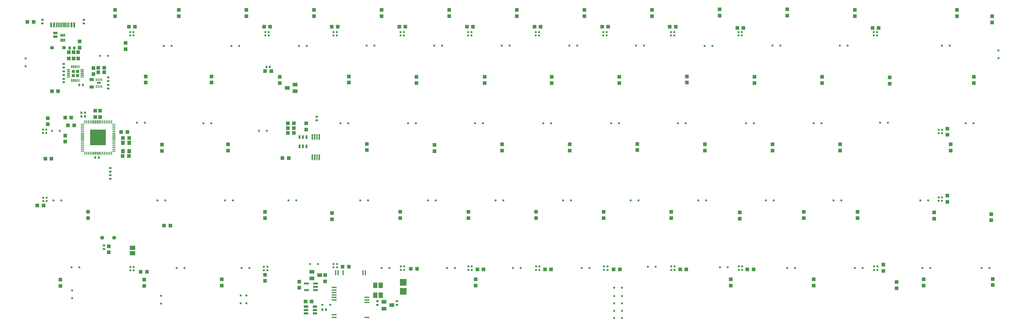
<source format=gbr>
G04 EAGLE Gerber RS-274X export*
G75*
%MOMM*%
%FSLAX66Y66*%
%LPD*%
%INSolderpaste Bottom*%
%IPPOS*%
%AMOC8*
5,1,8,0,0,1.08239X$1,22.5*%
G01*
%ADD10R,0.600000X0.600000*%
%ADD11R,0.400000X1.400000*%
%ADD12R,1.400000X0.400000*%
%ADD13R,0.700000X0.600000*%
%ADD14R,1.190000X0.730000*%
%ADD15R,1.080000X1.050000*%
%ADD16R,1.050000X1.080000*%
%ADD17R,1.050000X1.300000*%
%ADD18R,1.320800X0.558800*%
%ADD19C,0.145000*%
%ADD20R,0.600000X0.700000*%
%ADD21R,1.168400X1.600200*%
%ADD22R,4.500591X4.500591*%
%ADD23C,0.065000*%
%ADD24R,1.400000X1.000000*%
%ADD25C,0.100000*%
%ADD26R,0.558800X1.130300*%
%ADD27R,1.905000X1.905000*%
%ADD28R,0.700000X0.900000*%
%ADD29R,1.600200X1.168400*%
%ADD30R,0.600000X1.450000*%
%ADD31R,0.300000X1.450000*%
%ADD32R,0.550000X0.550000*%
%ADD33R,0.960000X0.960000*%
%ADD34C,0.130000*%
%ADD35R,1.020000X0.560000*%
%ADD36C,0.070000*%
%ADD37R,1.210300X0.875700*%
%ADD38C,0.028000*%

G36*
X25399306Y90871231D02*
X25399306Y90871231D01*
X25399453Y90871066D01*
X25433853Y90873766D01*
X25434303Y90874163D01*
X25434634Y90873891D01*
X25468234Y90881991D01*
X25468613Y90882447D01*
X25468975Y90882231D01*
X25500875Y90895431D01*
X25501178Y90895941D01*
X25501572Y90895784D01*
X25530972Y90913784D01*
X25531191Y90914338D01*
X25531603Y90914244D01*
X25557903Y90936644D01*
X25558038Y90937238D01*
X25558469Y90937209D01*
X25580869Y90963509D01*
X25580906Y90964100D01*
X25581328Y90964141D01*
X25599328Y90993541D01*
X25599272Y90994131D01*
X25599681Y90994238D01*
X25612881Y91026138D01*
X25612734Y91026713D01*
X25613122Y91026878D01*
X25621222Y91060478D01*
X25620884Y91061263D01*
X25621363Y91061619D01*
X25624063Y91516019D01*
X25623866Y91516281D01*
X25624047Y91516441D01*
X25621347Y91550841D01*
X25620950Y91551291D01*
X25621222Y91551622D01*
X25613122Y91585222D01*
X25612666Y91585600D01*
X25612881Y91585963D01*
X25599681Y91617863D01*
X25599172Y91618166D01*
X25599328Y91618559D01*
X25581328Y91647959D01*
X25580775Y91648178D01*
X25580869Y91648591D01*
X25558469Y91674891D01*
X25557875Y91675025D01*
X25557903Y91675456D01*
X25531603Y91697856D01*
X25531013Y91697894D01*
X25530972Y91698316D01*
X25501572Y91716316D01*
X25500981Y91716259D01*
X25500875Y91716669D01*
X25468975Y91729869D01*
X25468400Y91729722D01*
X25468234Y91730109D01*
X25434634Y91738209D01*
X25434084Y91737972D01*
X25433853Y91738334D01*
X25399453Y91741034D01*
X25399197Y91740872D01*
X25399063Y91741050D01*
X24819063Y91741050D01*
X24818819Y91740869D01*
X24818672Y91741034D01*
X24784272Y91738334D01*
X24783822Y91737938D01*
X24783491Y91738209D01*
X24749891Y91730109D01*
X24749513Y91729653D01*
X24749150Y91729869D01*
X24717250Y91716669D01*
X24716947Y91716159D01*
X24716553Y91716316D01*
X24687153Y91698316D01*
X24686934Y91697763D01*
X24686522Y91697856D01*
X24660222Y91675456D01*
X24660088Y91674863D01*
X24659656Y91674891D01*
X24637256Y91648591D01*
X24637219Y91648000D01*
X24636797Y91647959D01*
X24618797Y91618559D01*
X24618853Y91617969D01*
X24618444Y91617863D01*
X24605244Y91585963D01*
X24605391Y91585388D01*
X24605003Y91585222D01*
X24596903Y91551622D01*
X24597241Y91550838D01*
X24596763Y91550481D01*
X24594063Y91096081D01*
X24594259Y91095819D01*
X24594078Y91095659D01*
X24596778Y91061259D01*
X24597175Y91060809D01*
X24596903Y91060478D01*
X24605003Y91026878D01*
X24605459Y91026500D01*
X24605244Y91026138D01*
X24618444Y90994238D01*
X24618953Y90993934D01*
X24618797Y90993541D01*
X24636797Y90964141D01*
X24637350Y90963922D01*
X24637256Y90963509D01*
X24659656Y90937209D01*
X24660250Y90937075D01*
X24660222Y90936644D01*
X24686522Y90914244D01*
X24687113Y90914206D01*
X24687153Y90913784D01*
X24716553Y90895784D01*
X24717144Y90895841D01*
X24717250Y90895431D01*
X24749150Y90882231D01*
X24749725Y90882378D01*
X24749891Y90881991D01*
X24783491Y90873891D01*
X24784041Y90874128D01*
X24784272Y90873766D01*
X24818672Y90871066D01*
X24818928Y90871228D01*
X24819063Y90871050D01*
X25399063Y90871050D01*
X25399306Y90871231D01*
G37*
G36*
X28759306Y90871231D02*
X28759306Y90871231D01*
X28759453Y90871066D01*
X28793853Y90873766D01*
X28794303Y90874163D01*
X28794634Y90873891D01*
X28828234Y90881991D01*
X28828613Y90882447D01*
X28828975Y90882231D01*
X28860875Y90895431D01*
X28861178Y90895941D01*
X28861572Y90895784D01*
X28890972Y90913784D01*
X28891191Y90914338D01*
X28891603Y90914244D01*
X28917903Y90936644D01*
X28918038Y90937238D01*
X28918469Y90937209D01*
X28940869Y90963509D01*
X28940906Y90964100D01*
X28941328Y90964141D01*
X28959328Y90993541D01*
X28959272Y90994131D01*
X28959681Y90994238D01*
X28972881Y91026138D01*
X28972734Y91026713D01*
X28973122Y91026878D01*
X28981222Y91060478D01*
X28980884Y91061263D01*
X28981363Y91061619D01*
X28984063Y91516019D01*
X28983866Y91516281D01*
X28984047Y91516441D01*
X28981347Y91550841D01*
X28980950Y91551291D01*
X28981222Y91551622D01*
X28973122Y91585222D01*
X28972666Y91585600D01*
X28972881Y91585963D01*
X28959681Y91617863D01*
X28959172Y91618166D01*
X28959328Y91618559D01*
X28941328Y91647959D01*
X28940775Y91648178D01*
X28940869Y91648591D01*
X28918469Y91674891D01*
X28917875Y91675025D01*
X28917903Y91675456D01*
X28891603Y91697856D01*
X28891013Y91697894D01*
X28890972Y91698316D01*
X28861572Y91716316D01*
X28860981Y91716259D01*
X28860875Y91716669D01*
X28828975Y91729869D01*
X28828400Y91729722D01*
X28828234Y91730109D01*
X28794634Y91738209D01*
X28794084Y91737972D01*
X28793853Y91738334D01*
X28759453Y91741034D01*
X28759197Y91740872D01*
X28759063Y91741050D01*
X28179063Y91741050D01*
X28178819Y91740869D01*
X28178672Y91741034D01*
X28144272Y91738334D01*
X28143822Y91737938D01*
X28143491Y91738209D01*
X28109891Y91730109D01*
X28109513Y91729653D01*
X28109150Y91729869D01*
X28077250Y91716669D01*
X28076947Y91716159D01*
X28076553Y91716316D01*
X28047153Y91698316D01*
X28046934Y91697763D01*
X28046522Y91697856D01*
X28020222Y91675456D01*
X28020088Y91674863D01*
X28019656Y91674891D01*
X27997256Y91648591D01*
X27997219Y91648000D01*
X27996797Y91647959D01*
X27978797Y91618559D01*
X27978853Y91617969D01*
X27978444Y91617863D01*
X27965244Y91585963D01*
X27965391Y91585388D01*
X27965003Y91585222D01*
X27956903Y91551622D01*
X27957241Y91550838D01*
X27956763Y91550481D01*
X27954063Y91096081D01*
X27954259Y91095819D01*
X27954078Y91095659D01*
X27956778Y91061259D01*
X27957175Y91060809D01*
X27956903Y91060478D01*
X27965003Y91026878D01*
X27965459Y91026500D01*
X27965244Y91026138D01*
X27978444Y90994238D01*
X27978953Y90993934D01*
X27978797Y90993541D01*
X27996797Y90964141D01*
X27997350Y90963922D01*
X27997256Y90963509D01*
X28019656Y90937209D01*
X28020250Y90937075D01*
X28020222Y90936644D01*
X28046522Y90914244D01*
X28047113Y90914206D01*
X28047153Y90913784D01*
X28076553Y90895784D01*
X28077144Y90895841D01*
X28077250Y90895431D01*
X28109150Y90882231D01*
X28109725Y90882378D01*
X28109891Y90881991D01*
X28143491Y90873891D01*
X28144041Y90874128D01*
X28144272Y90873766D01*
X28178672Y90871066D01*
X28178928Y90871228D01*
X28179063Y90871050D01*
X28759063Y90871050D01*
X28759306Y90871231D01*
G37*
G36*
X42897978Y37218697D02*
X42897978Y37218697D01*
X42898125Y37218531D01*
X42932525Y37221231D01*
X42932975Y37221628D01*
X42933306Y37221356D01*
X42966906Y37229456D01*
X42967284Y37229913D01*
X42967647Y37229697D01*
X42999547Y37242897D01*
X42999850Y37243406D01*
X43000244Y37243250D01*
X43029644Y37261250D01*
X43029863Y37261803D01*
X43030275Y37261709D01*
X43056575Y37284109D01*
X43056709Y37284703D01*
X43057141Y37284675D01*
X43079541Y37310975D01*
X43079578Y37311566D01*
X43080000Y37311606D01*
X43098000Y37341006D01*
X43097944Y37341597D01*
X43098353Y37341703D01*
X43111553Y37373603D01*
X43111406Y37374178D01*
X43111794Y37374344D01*
X43119894Y37407944D01*
X43119556Y37408728D01*
X43120034Y37409084D01*
X43122734Y37863484D01*
X43122538Y37863747D01*
X43122719Y37863906D01*
X43120019Y37898306D01*
X43119622Y37898756D01*
X43119894Y37899088D01*
X43111794Y37932688D01*
X43111338Y37933066D01*
X43111553Y37933428D01*
X43098353Y37965328D01*
X43097844Y37965631D01*
X43098000Y37966025D01*
X43080000Y37995425D01*
X43079447Y37995644D01*
X43079541Y37996056D01*
X43057141Y38022356D01*
X43056547Y38022491D01*
X43056575Y38022922D01*
X43030275Y38045322D01*
X43029684Y38045359D01*
X43029644Y38045781D01*
X43000244Y38063781D01*
X42999653Y38063725D01*
X42999547Y38064134D01*
X42967647Y38077334D01*
X42967072Y38077188D01*
X42966906Y38077575D01*
X42933306Y38085675D01*
X42932756Y38085438D01*
X42932525Y38085800D01*
X42898125Y38088500D01*
X42897869Y38088338D01*
X42897734Y38088516D01*
X42317734Y38088516D01*
X42317491Y38088334D01*
X42317344Y38088500D01*
X42282944Y38085800D01*
X42282494Y38085403D01*
X42282163Y38085675D01*
X42248563Y38077575D01*
X42248184Y38077119D01*
X42247822Y38077334D01*
X42215922Y38064134D01*
X42215619Y38063625D01*
X42215225Y38063781D01*
X42185825Y38045781D01*
X42185606Y38045228D01*
X42185194Y38045322D01*
X42158894Y38022922D01*
X42158759Y38022328D01*
X42158328Y38022356D01*
X42135928Y37996056D01*
X42135891Y37995466D01*
X42135469Y37995425D01*
X42117469Y37966025D01*
X42117525Y37965434D01*
X42117116Y37965328D01*
X42103916Y37933428D01*
X42104063Y37932853D01*
X42103675Y37932688D01*
X42095575Y37899088D01*
X42095913Y37898303D01*
X42095434Y37897947D01*
X42092734Y37443547D01*
X42092931Y37443284D01*
X42092750Y37443125D01*
X42095450Y37408725D01*
X42095847Y37408275D01*
X42095575Y37407944D01*
X42103675Y37374344D01*
X42104131Y37373966D01*
X42103916Y37373603D01*
X42117116Y37341703D01*
X42117625Y37341400D01*
X42117469Y37341006D01*
X42135469Y37311606D01*
X42136022Y37311388D01*
X42135928Y37310975D01*
X42158328Y37284675D01*
X42158922Y37284541D01*
X42158894Y37284109D01*
X42185194Y37261709D01*
X42185784Y37261672D01*
X42185825Y37261250D01*
X42215225Y37243250D01*
X42215816Y37243306D01*
X42215922Y37242897D01*
X42247822Y37229697D01*
X42248397Y37229844D01*
X42248563Y37229456D01*
X42282163Y37221356D01*
X42282713Y37221594D01*
X42282944Y37221231D01*
X42317344Y37218531D01*
X42317600Y37218694D01*
X42317734Y37218516D01*
X42897734Y37218516D01*
X42897978Y37218697D01*
G37*
G36*
X39537978Y37218697D02*
X39537978Y37218697D01*
X39538125Y37218531D01*
X39572525Y37221231D01*
X39572975Y37221628D01*
X39573306Y37221356D01*
X39606906Y37229456D01*
X39607284Y37229913D01*
X39607647Y37229697D01*
X39639547Y37242897D01*
X39639850Y37243406D01*
X39640244Y37243250D01*
X39669644Y37261250D01*
X39669863Y37261803D01*
X39670275Y37261709D01*
X39696575Y37284109D01*
X39696709Y37284703D01*
X39697141Y37284675D01*
X39719541Y37310975D01*
X39719578Y37311566D01*
X39720000Y37311606D01*
X39738000Y37341006D01*
X39737944Y37341597D01*
X39738353Y37341703D01*
X39751553Y37373603D01*
X39751406Y37374178D01*
X39751794Y37374344D01*
X39759894Y37407944D01*
X39759556Y37408728D01*
X39760034Y37409084D01*
X39762734Y37863484D01*
X39762538Y37863747D01*
X39762719Y37863906D01*
X39760019Y37898306D01*
X39759622Y37898756D01*
X39759894Y37899088D01*
X39751794Y37932688D01*
X39751338Y37933066D01*
X39751553Y37933428D01*
X39738353Y37965328D01*
X39737844Y37965631D01*
X39738000Y37966025D01*
X39720000Y37995425D01*
X39719447Y37995644D01*
X39719541Y37996056D01*
X39697141Y38022356D01*
X39696547Y38022491D01*
X39696575Y38022922D01*
X39670275Y38045322D01*
X39669684Y38045359D01*
X39669644Y38045781D01*
X39640244Y38063781D01*
X39639653Y38063725D01*
X39639547Y38064134D01*
X39607647Y38077334D01*
X39607072Y38077188D01*
X39606906Y38077575D01*
X39573306Y38085675D01*
X39572756Y38085438D01*
X39572525Y38085800D01*
X39538125Y38088500D01*
X39537869Y38088338D01*
X39537734Y38088516D01*
X38957734Y38088516D01*
X38957491Y38088334D01*
X38957344Y38088500D01*
X38922944Y38085800D01*
X38922494Y38085403D01*
X38922163Y38085675D01*
X38888563Y38077575D01*
X38888184Y38077119D01*
X38887822Y38077334D01*
X38855922Y38064134D01*
X38855619Y38063625D01*
X38855225Y38063781D01*
X38825825Y38045781D01*
X38825606Y38045228D01*
X38825194Y38045322D01*
X38798894Y38022922D01*
X38798759Y38022328D01*
X38798328Y38022356D01*
X38775928Y37996056D01*
X38775891Y37995466D01*
X38775469Y37995425D01*
X38757469Y37966025D01*
X38757525Y37965434D01*
X38757116Y37965328D01*
X38743916Y37933428D01*
X38744063Y37932853D01*
X38743675Y37932688D01*
X38735575Y37899088D01*
X38735913Y37898303D01*
X38735434Y37897947D01*
X38732734Y37443547D01*
X38732931Y37443284D01*
X38732750Y37443125D01*
X38735450Y37408725D01*
X38735847Y37408275D01*
X38735575Y37407944D01*
X38743675Y37374344D01*
X38744131Y37373966D01*
X38743916Y37373603D01*
X38757116Y37341703D01*
X38757625Y37341400D01*
X38757469Y37341006D01*
X38775469Y37311606D01*
X38776022Y37311388D01*
X38775928Y37310975D01*
X38798328Y37284675D01*
X38798922Y37284541D01*
X38798894Y37284109D01*
X38825194Y37261709D01*
X38825784Y37261672D01*
X38825825Y37261250D01*
X38855225Y37243250D01*
X38855816Y37243306D01*
X38855922Y37242897D01*
X38887822Y37229697D01*
X38888397Y37229844D01*
X38888563Y37229456D01*
X38922163Y37221356D01*
X38922713Y37221594D01*
X38922944Y37221231D01*
X38957344Y37218531D01*
X38957600Y37218694D01*
X38957734Y37218516D01*
X39537734Y37218516D01*
X39537978Y37218697D01*
G37*
D10*
X17636134Y86038866D03*
X17636134Y88238866D03*
X38637109Y88999219D03*
X40837109Y88999219D03*
X56570900Y91826950D03*
X58770900Y91826950D03*
X75695313Y91826953D03*
X77895313Y91826953D03*
X94745313Y91826953D03*
X96945313Y91826953D03*
X113720900Y91901366D03*
X115920900Y91901366D03*
X132845313Y91901369D03*
X135045313Y91901369D03*
X151820900Y91901366D03*
X154020900Y91901366D03*
X170945313Y91901369D03*
X173145313Y91901369D03*
X189697656Y91901366D03*
X191897656Y91901366D03*
X208970897Y91826953D03*
X211170897Y91826953D03*
X228169728Y91901369D03*
X230369728Y91901369D03*
X247070900Y91901369D03*
X249270900Y91901369D03*
X275869141Y91901366D03*
X278069141Y91901366D03*
X25093750Y67865625D03*
X27293750Y67865625D03*
X49055078Y70098047D03*
X51255078Y70098047D03*
X67807422Y69949219D03*
X70007422Y69949219D03*
X83434375Y67865625D03*
X85634375Y67865625D03*
X106353906Y69949219D03*
X108553906Y69949219D03*
X125403906Y69949219D03*
X127603906Y69949219D03*
X144305078Y69949219D03*
X146505078Y69949219D03*
X163503906Y69949219D03*
X165703906Y69949219D03*
X182702734Y69949219D03*
X184902734Y69949219D03*
X201455078Y69949219D03*
X203655078Y69949219D03*
X220653906Y69949219D03*
X222853906Y69949219D03*
X239703906Y69949219D03*
X241903906Y69949219D03*
X258456250Y70098047D03*
X260656250Y70098047D03*
X282566406Y69949219D03*
X284766406Y69949219D03*
X25540234Y48220313D03*
X27740234Y48220313D03*
X54859375Y48220313D03*
X57059375Y48220313D03*
X73909375Y48220313D03*
X76109375Y48220313D03*
X91768750Y48220313D03*
X93968750Y48220313D03*
X112009375Y48220313D03*
X114209375Y48220313D03*
X131059375Y48220313D03*
X133259375Y48220313D03*
X150109375Y48220313D03*
X152309375Y48220313D03*
X169159375Y48220313D03*
X171359375Y48220313D03*
X188209375Y48220313D03*
X190409375Y48220313D03*
X207259375Y48220313D03*
X209459375Y48220313D03*
X226309375Y48220313D03*
X228509375Y48220313D03*
X245359375Y48220313D03*
X247559375Y48220313D03*
X269767188Y48220313D03*
X271967188Y48220313D03*
X30600391Y29319141D03*
X32800391Y29319141D03*
X60217188Y29170313D03*
X62417188Y29170313D03*
X78523047Y29170313D03*
X80723047Y29170313D03*
X97870703Y30212109D03*
X100070703Y30212109D03*
X117962500Y29170313D03*
X120162500Y29170313D03*
X136417188Y29170313D03*
X138617188Y29170313D03*
X155020703Y29170313D03*
X157220703Y29170313D03*
X174368359Y29170313D03*
X176568359Y29170313D03*
X192971875Y29467969D03*
X195171875Y29467969D03*
X213361328Y29319141D03*
X215561328Y29319141D03*
X232262500Y29170313D03*
X234462500Y29170313D03*
X251312500Y29170313D03*
X253512500Y29170313D03*
X270362500Y29170313D03*
X272562500Y29170313D03*
X287031250Y29170313D03*
X289231250Y29170313D03*
X30807422Y22754491D03*
X30807422Y20554491D03*
X55884963Y21266209D03*
X55884963Y19066209D03*
X78283594Y21340625D03*
X78283594Y19140625D03*
X79920703Y21340625D03*
X79920703Y19140625D03*
X183521291Y14957225D03*
X185721291Y14957225D03*
X183521291Y17040819D03*
X185721291Y17040819D03*
X183521291Y19124413D03*
X185721291Y19124413D03*
X183521291Y21208006D03*
X185721291Y21208006D03*
X183521291Y23589256D03*
X185721291Y23589256D03*
D11*
X105039844Y27798828D03*
D12*
X104639844Y23598828D03*
X104639844Y22898828D03*
X104639844Y22198828D03*
X104639844Y21498828D03*
X104639844Y20798828D03*
X104639844Y20098828D03*
X104639844Y15898828D03*
X104639844Y15198828D03*
D11*
X112739844Y27798828D03*
X113439844Y27798828D03*
X107139844Y27798828D03*
X105739844Y27798828D03*
D12*
X113839844Y20798828D03*
X113839844Y20098828D03*
X113839844Y15198828D03*
X113839844Y19389828D03*
D13*
X22398631Y98173047D03*
X22398631Y99173047D03*
X34081641Y99173047D03*
X34081641Y98173047D03*
D14*
X26044922Y95458344D03*
X26044922Y94446344D03*
D15*
X32891013Y93074025D03*
X32891013Y91324025D03*
X29840041Y88273047D03*
X29840041Y90023047D03*
X31179494Y88273047D03*
X31179494Y90023047D03*
X32518950Y88273059D03*
X32518950Y90023059D03*
D16*
X29634766Y69353906D03*
X31384766Y69353906D03*
D15*
X38620897Y73503125D03*
X38620897Y71753125D03*
X37281447Y73503125D03*
X37281447Y71753125D03*
D17*
X46912891Y64401956D03*
X45062891Y64401956D03*
X45062891Y62101956D03*
X46912891Y62101956D03*
D16*
X45038478Y60721875D03*
X46788478Y60721875D03*
X46862894Y65782028D03*
X45112894Y65782028D03*
D18*
X99347734Y24752300D03*
X99347734Y23812500D03*
X99347734Y22872700D03*
X96807734Y22872700D03*
X96807734Y24752300D03*
D15*
X102096094Y25318750D03*
X102096094Y27068750D03*
X94803516Y23532813D03*
X94803516Y25282813D03*
D19*
X96141406Y16096563D02*
X97206406Y16096563D01*
X96141406Y16096563D02*
X96141406Y16531563D01*
X97206406Y16531563D01*
X97206406Y16096563D01*
X97206406Y16234313D02*
X96141406Y16234313D01*
X96141406Y16372063D02*
X97206406Y16372063D01*
X97206406Y16509813D02*
X96141406Y16509813D01*
X96141406Y17046563D02*
X97206406Y17046563D01*
X96141406Y17046563D02*
X96141406Y17481563D01*
X97206406Y17481563D01*
X97206406Y17046563D01*
X97206406Y17184313D02*
X96141406Y17184313D01*
X96141406Y17322063D02*
X97206406Y17322063D01*
X97206406Y17459813D02*
X96141406Y17459813D01*
X96141406Y17996563D02*
X97206406Y17996563D01*
X96141406Y17996563D02*
X96141406Y18431563D01*
X97206406Y18431563D01*
X97206406Y17996563D01*
X97206406Y18134313D02*
X96141406Y18134313D01*
X96141406Y18272063D02*
X97206406Y18272063D01*
X97206406Y18409813D02*
X96141406Y18409813D01*
X98651406Y16096563D02*
X99716406Y16096563D01*
X98651406Y16096563D02*
X98651406Y16531563D01*
X99716406Y16531563D01*
X99716406Y16096563D01*
X99716406Y16234313D02*
X98651406Y16234313D01*
X98651406Y16372063D02*
X99716406Y16372063D01*
X99716406Y16509813D02*
X98651406Y16509813D01*
X98651406Y17046563D02*
X99716406Y17046563D01*
X98651406Y17046563D02*
X98651406Y17481563D01*
X99716406Y17481563D01*
X99716406Y17046563D01*
X99716406Y17184313D02*
X98651406Y17184313D01*
X98651406Y17322063D02*
X99716406Y17322063D01*
X99716406Y17459813D02*
X98651406Y17459813D01*
X98651406Y17996563D02*
X99716406Y17996563D01*
X98651406Y17996563D02*
X98651406Y18431563D01*
X99716406Y18431563D01*
X99716406Y17996563D01*
X99716406Y18134313D02*
X98651406Y18134313D01*
X98651406Y18272063D02*
X99716406Y18272063D01*
X99716406Y18409813D02*
X98651406Y18409813D01*
D20*
X102298438Y17338475D03*
X101298438Y17338475D03*
D16*
X98283006Y19645313D03*
X96533006Y19645313D03*
D21*
X116216906Y21431250D03*
X117740906Y21431250D03*
X116216906Y24258984D03*
X117740906Y24258984D03*
D13*
X39737109Y35474609D03*
X39737109Y34474609D03*
D15*
X41076563Y33504297D03*
X41076563Y35254297D03*
D10*
X101293750Y18752347D03*
X103493750Y18752347D03*
D22*
X38100291Y65931150D03*
D23*
X42147500Y69778359D02*
X42922500Y69778359D01*
X42922500Y69583359D01*
X42147500Y69583359D01*
X42147500Y69778359D01*
X42147500Y69645109D02*
X42922500Y69645109D01*
X42922500Y69706859D02*
X42147500Y69706859D01*
X42147500Y69768609D02*
X42922500Y69768609D01*
X42922500Y69278359D02*
X42147500Y69278359D01*
X42922500Y69278359D02*
X42922500Y69083359D01*
X42147500Y69083359D01*
X42147500Y69278359D01*
X42147500Y69145109D02*
X42922500Y69145109D01*
X42922500Y69206859D02*
X42147500Y69206859D01*
X42147500Y69268609D02*
X42922500Y69268609D01*
X42922500Y68778359D02*
X42147500Y68778359D01*
X42922500Y68778359D02*
X42922500Y68583359D01*
X42147500Y68583359D01*
X42147500Y68778359D01*
X42147500Y68645109D02*
X42922500Y68645109D01*
X42922500Y68706859D02*
X42147500Y68706859D01*
X42147500Y68768609D02*
X42922500Y68768609D01*
X42922500Y68278359D02*
X42147500Y68278359D01*
X42922500Y68278359D02*
X42922500Y68083359D01*
X42147500Y68083359D01*
X42147500Y68278359D01*
X42147500Y68145109D02*
X42922500Y68145109D01*
X42922500Y68206859D02*
X42147500Y68206859D01*
X42147500Y68268609D02*
X42922500Y68268609D01*
X42922500Y67778359D02*
X42147500Y67778359D01*
X42922500Y67778359D02*
X42922500Y67583359D01*
X42147500Y67583359D01*
X42147500Y67778359D01*
X42147500Y67645109D02*
X42922500Y67645109D01*
X42922500Y67706859D02*
X42147500Y67706859D01*
X42147500Y67768609D02*
X42922500Y67768609D01*
X42922500Y67278359D02*
X42147500Y67278359D01*
X42922500Y67278359D02*
X42922500Y67083359D01*
X42147500Y67083359D01*
X42147500Y67278359D01*
X42147500Y67145109D02*
X42922500Y67145109D01*
X42922500Y67206859D02*
X42147500Y67206859D01*
X42147500Y67268609D02*
X42922500Y67268609D01*
X42922500Y66778359D02*
X42147500Y66778359D01*
X42922500Y66778359D02*
X42922500Y66583359D01*
X42147500Y66583359D01*
X42147500Y66778359D01*
X42147500Y66645109D02*
X42922500Y66645109D01*
X42922500Y66706859D02*
X42147500Y66706859D01*
X42147500Y66768609D02*
X42922500Y66768609D01*
X42922500Y66278359D02*
X42147500Y66278359D01*
X42922500Y66278359D02*
X42922500Y66083359D01*
X42147500Y66083359D01*
X42147500Y66278359D01*
X42147500Y66145109D02*
X42922500Y66145109D01*
X42922500Y66206859D02*
X42147500Y66206859D01*
X42147500Y66268609D02*
X42922500Y66268609D01*
X42922500Y65778359D02*
X42147500Y65778359D01*
X42922500Y65778359D02*
X42922500Y65583359D01*
X42147500Y65583359D01*
X42147500Y65778359D01*
X42147500Y65645109D02*
X42922500Y65645109D01*
X42922500Y65706859D02*
X42147500Y65706859D01*
X42147500Y65768609D02*
X42922500Y65768609D01*
X42922500Y65278359D02*
X42147500Y65278359D01*
X42922500Y65278359D02*
X42922500Y65083359D01*
X42147500Y65083359D01*
X42147500Y65278359D01*
X42147500Y65145109D02*
X42922500Y65145109D01*
X42922500Y65206859D02*
X42147500Y65206859D01*
X42147500Y65268609D02*
X42922500Y65268609D01*
X42922500Y64778359D02*
X42147500Y64778359D01*
X42922500Y64778359D02*
X42922500Y64583359D01*
X42147500Y64583359D01*
X42147500Y64778359D01*
X42147500Y64645109D02*
X42922500Y64645109D01*
X42922500Y64706859D02*
X42147500Y64706859D01*
X42147500Y64768609D02*
X42922500Y64768609D01*
X42922500Y64278359D02*
X42147500Y64278359D01*
X42922500Y64278359D02*
X42922500Y64083359D01*
X42147500Y64083359D01*
X42147500Y64278359D01*
X42147500Y64145109D02*
X42922500Y64145109D01*
X42922500Y64206859D02*
X42147500Y64206859D01*
X42147500Y64268609D02*
X42922500Y64268609D01*
X42922500Y63778359D02*
X42147500Y63778359D01*
X42922500Y63778359D02*
X42922500Y63583359D01*
X42147500Y63583359D01*
X42147500Y63778359D01*
X42147500Y63645109D02*
X42922500Y63645109D01*
X42922500Y63706859D02*
X42147500Y63706859D01*
X42147500Y63768609D02*
X42922500Y63768609D01*
X42922500Y63278359D02*
X42147500Y63278359D01*
X42922500Y63278359D02*
X42922500Y63083359D01*
X42147500Y63083359D01*
X42147500Y63278359D01*
X42147500Y63145109D02*
X42922500Y63145109D01*
X42922500Y63206859D02*
X42147500Y63206859D01*
X42147500Y63268609D02*
X42922500Y63268609D01*
X42922500Y62778359D02*
X42147500Y62778359D01*
X42922500Y62778359D02*
X42922500Y62583359D01*
X42147500Y62583359D01*
X42147500Y62778359D01*
X42147500Y62645109D02*
X42922500Y62645109D01*
X42922500Y62706859D02*
X42147500Y62706859D01*
X42147500Y62768609D02*
X42922500Y62768609D01*
X42922500Y62278359D02*
X42147500Y62278359D01*
X42922500Y62278359D02*
X42922500Y62083359D01*
X42147500Y62083359D01*
X42147500Y62278359D01*
X42147500Y62145109D02*
X42922500Y62145109D01*
X42922500Y62206859D02*
X42147500Y62206859D01*
X42147500Y62268609D02*
X42922500Y62268609D01*
X34052500Y62278359D02*
X33277500Y62278359D01*
X34052500Y62278359D02*
X34052500Y62083359D01*
X33277500Y62083359D01*
X33277500Y62278359D01*
X33277500Y62145109D02*
X34052500Y62145109D01*
X34052500Y62206859D02*
X33277500Y62206859D01*
X33277500Y62268609D02*
X34052500Y62268609D01*
X34052500Y62778359D02*
X33277500Y62778359D01*
X34052500Y62778359D02*
X34052500Y62583359D01*
X33277500Y62583359D01*
X33277500Y62778359D01*
X33277500Y62645109D02*
X34052500Y62645109D01*
X34052500Y62706859D02*
X33277500Y62706859D01*
X33277500Y62768609D02*
X34052500Y62768609D01*
X34052500Y63278359D02*
X33277500Y63278359D01*
X34052500Y63278359D02*
X34052500Y63083359D01*
X33277500Y63083359D01*
X33277500Y63278359D01*
X33277500Y63145109D02*
X34052500Y63145109D01*
X34052500Y63206859D02*
X33277500Y63206859D01*
X33277500Y63268609D02*
X34052500Y63268609D01*
X34052500Y63778359D02*
X33277500Y63778359D01*
X34052500Y63778359D02*
X34052500Y63583359D01*
X33277500Y63583359D01*
X33277500Y63778359D01*
X33277500Y63645109D02*
X34052500Y63645109D01*
X34052500Y63706859D02*
X33277500Y63706859D01*
X33277500Y63768609D02*
X34052500Y63768609D01*
X34052500Y64278359D02*
X33277500Y64278359D01*
X34052500Y64278359D02*
X34052500Y64083359D01*
X33277500Y64083359D01*
X33277500Y64278359D01*
X33277500Y64145109D02*
X34052500Y64145109D01*
X34052500Y64206859D02*
X33277500Y64206859D01*
X33277500Y64268609D02*
X34052500Y64268609D01*
X34052500Y64778359D02*
X33277500Y64778359D01*
X34052500Y64778359D02*
X34052500Y64583359D01*
X33277500Y64583359D01*
X33277500Y64778359D01*
X33277500Y64645109D02*
X34052500Y64645109D01*
X34052500Y64706859D02*
X33277500Y64706859D01*
X33277500Y64768609D02*
X34052500Y64768609D01*
X34052500Y65278359D02*
X33277500Y65278359D01*
X34052500Y65278359D02*
X34052500Y65083359D01*
X33277500Y65083359D01*
X33277500Y65278359D01*
X33277500Y65145109D02*
X34052500Y65145109D01*
X34052500Y65206859D02*
X33277500Y65206859D01*
X33277500Y65268609D02*
X34052500Y65268609D01*
X34052500Y65778359D02*
X33277500Y65778359D01*
X34052500Y65778359D02*
X34052500Y65583359D01*
X33277500Y65583359D01*
X33277500Y65778359D01*
X33277500Y65645109D02*
X34052500Y65645109D01*
X34052500Y65706859D02*
X33277500Y65706859D01*
X33277500Y65768609D02*
X34052500Y65768609D01*
X34052500Y66278359D02*
X33277500Y66278359D01*
X34052500Y66278359D02*
X34052500Y66083359D01*
X33277500Y66083359D01*
X33277500Y66278359D01*
X33277500Y66145109D02*
X34052500Y66145109D01*
X34052500Y66206859D02*
X33277500Y66206859D01*
X33277500Y66268609D02*
X34052500Y66268609D01*
X34052500Y66778359D02*
X33277500Y66778359D01*
X34052500Y66778359D02*
X34052500Y66583359D01*
X33277500Y66583359D01*
X33277500Y66778359D01*
X33277500Y66645109D02*
X34052500Y66645109D01*
X34052500Y66706859D02*
X33277500Y66706859D01*
X33277500Y66768609D02*
X34052500Y66768609D01*
X34052500Y67278359D02*
X33277500Y67278359D01*
X34052500Y67278359D02*
X34052500Y67083359D01*
X33277500Y67083359D01*
X33277500Y67278359D01*
X33277500Y67145109D02*
X34052500Y67145109D01*
X34052500Y67206859D02*
X33277500Y67206859D01*
X33277500Y67268609D02*
X34052500Y67268609D01*
X34052500Y67778359D02*
X33277500Y67778359D01*
X34052500Y67778359D02*
X34052500Y67583359D01*
X33277500Y67583359D01*
X33277500Y67778359D01*
X33277500Y67645109D02*
X34052500Y67645109D01*
X34052500Y67706859D02*
X33277500Y67706859D01*
X33277500Y67768609D02*
X34052500Y67768609D01*
X34052500Y68278359D02*
X33277500Y68278359D01*
X34052500Y68278359D02*
X34052500Y68083359D01*
X33277500Y68083359D01*
X33277500Y68278359D01*
X33277500Y68145109D02*
X34052500Y68145109D01*
X34052500Y68206859D02*
X33277500Y68206859D01*
X33277500Y68268609D02*
X34052500Y68268609D01*
X34052500Y68778359D02*
X33277500Y68778359D01*
X34052500Y68778359D02*
X34052500Y68583359D01*
X33277500Y68583359D01*
X33277500Y68778359D01*
X33277500Y68645109D02*
X34052500Y68645109D01*
X34052500Y68706859D02*
X33277500Y68706859D01*
X33277500Y68768609D02*
X34052500Y68768609D01*
X34052500Y69278359D02*
X33277500Y69278359D01*
X34052500Y69278359D02*
X34052500Y69083359D01*
X33277500Y69083359D01*
X33277500Y69278359D01*
X33277500Y69145109D02*
X34052500Y69145109D01*
X34052500Y69206859D02*
X33277500Y69206859D01*
X33277500Y69268609D02*
X34052500Y69268609D01*
X34052500Y69778359D02*
X33277500Y69778359D01*
X34052500Y69778359D02*
X34052500Y69583359D01*
X33277500Y69583359D01*
X33277500Y69778359D01*
X33277500Y69645109D02*
X34052500Y69645109D01*
X34052500Y69706859D02*
X33277500Y69706859D01*
X33277500Y69768609D02*
X34052500Y69768609D01*
X34252500Y69978359D02*
X34252500Y70753359D01*
X34447500Y70753359D01*
X34447500Y69978359D01*
X34252500Y69978359D01*
X34252500Y70040109D02*
X34447500Y70040109D01*
X34447500Y70101859D02*
X34252500Y70101859D01*
X34252500Y70163609D02*
X34447500Y70163609D01*
X34447500Y70225359D02*
X34252500Y70225359D01*
X34252500Y70287109D02*
X34447500Y70287109D01*
X34447500Y70348859D02*
X34252500Y70348859D01*
X34252500Y70410609D02*
X34447500Y70410609D01*
X34447500Y70472359D02*
X34252500Y70472359D01*
X34252500Y70534109D02*
X34447500Y70534109D01*
X34447500Y70595859D02*
X34252500Y70595859D01*
X34252500Y70657609D02*
X34447500Y70657609D01*
X34447500Y70719359D02*
X34252500Y70719359D01*
X34752500Y70753359D02*
X34752500Y69978359D01*
X34752500Y70753359D02*
X34947500Y70753359D01*
X34947500Y69978359D01*
X34752500Y69978359D01*
X34752500Y70040109D02*
X34947500Y70040109D01*
X34947500Y70101859D02*
X34752500Y70101859D01*
X34752500Y70163609D02*
X34947500Y70163609D01*
X34947500Y70225359D02*
X34752500Y70225359D01*
X34752500Y70287109D02*
X34947500Y70287109D01*
X34947500Y70348859D02*
X34752500Y70348859D01*
X34752500Y70410609D02*
X34947500Y70410609D01*
X34947500Y70472359D02*
X34752500Y70472359D01*
X34752500Y70534109D02*
X34947500Y70534109D01*
X34947500Y70595859D02*
X34752500Y70595859D01*
X34752500Y70657609D02*
X34947500Y70657609D01*
X34947500Y70719359D02*
X34752500Y70719359D01*
X35252500Y70753359D02*
X35252500Y69978359D01*
X35252500Y70753359D02*
X35447500Y70753359D01*
X35447500Y69978359D01*
X35252500Y69978359D01*
X35252500Y70040109D02*
X35447500Y70040109D01*
X35447500Y70101859D02*
X35252500Y70101859D01*
X35252500Y70163609D02*
X35447500Y70163609D01*
X35447500Y70225359D02*
X35252500Y70225359D01*
X35252500Y70287109D02*
X35447500Y70287109D01*
X35447500Y70348859D02*
X35252500Y70348859D01*
X35252500Y70410609D02*
X35447500Y70410609D01*
X35447500Y70472359D02*
X35252500Y70472359D01*
X35252500Y70534109D02*
X35447500Y70534109D01*
X35447500Y70595859D02*
X35252500Y70595859D01*
X35252500Y70657609D02*
X35447500Y70657609D01*
X35447500Y70719359D02*
X35252500Y70719359D01*
X35752500Y70753359D02*
X35752500Y69978359D01*
X35752500Y70753359D02*
X35947500Y70753359D01*
X35947500Y69978359D01*
X35752500Y69978359D01*
X35752500Y70040109D02*
X35947500Y70040109D01*
X35947500Y70101859D02*
X35752500Y70101859D01*
X35752500Y70163609D02*
X35947500Y70163609D01*
X35947500Y70225359D02*
X35752500Y70225359D01*
X35752500Y70287109D02*
X35947500Y70287109D01*
X35947500Y70348859D02*
X35752500Y70348859D01*
X35752500Y70410609D02*
X35947500Y70410609D01*
X35947500Y70472359D02*
X35752500Y70472359D01*
X35752500Y70534109D02*
X35947500Y70534109D01*
X35947500Y70595859D02*
X35752500Y70595859D01*
X35752500Y70657609D02*
X35947500Y70657609D01*
X35947500Y70719359D02*
X35752500Y70719359D01*
X36252500Y70753359D02*
X36252500Y69978359D01*
X36252500Y70753359D02*
X36447500Y70753359D01*
X36447500Y69978359D01*
X36252500Y69978359D01*
X36252500Y70040109D02*
X36447500Y70040109D01*
X36447500Y70101859D02*
X36252500Y70101859D01*
X36252500Y70163609D02*
X36447500Y70163609D01*
X36447500Y70225359D02*
X36252500Y70225359D01*
X36252500Y70287109D02*
X36447500Y70287109D01*
X36447500Y70348859D02*
X36252500Y70348859D01*
X36252500Y70410609D02*
X36447500Y70410609D01*
X36447500Y70472359D02*
X36252500Y70472359D01*
X36252500Y70534109D02*
X36447500Y70534109D01*
X36447500Y70595859D02*
X36252500Y70595859D01*
X36252500Y70657609D02*
X36447500Y70657609D01*
X36447500Y70719359D02*
X36252500Y70719359D01*
X36752500Y70753359D02*
X36752500Y69978359D01*
X36752500Y70753359D02*
X36947500Y70753359D01*
X36947500Y69978359D01*
X36752500Y69978359D01*
X36752500Y70040109D02*
X36947500Y70040109D01*
X36947500Y70101859D02*
X36752500Y70101859D01*
X36752500Y70163609D02*
X36947500Y70163609D01*
X36947500Y70225359D02*
X36752500Y70225359D01*
X36752500Y70287109D02*
X36947500Y70287109D01*
X36947500Y70348859D02*
X36752500Y70348859D01*
X36752500Y70410609D02*
X36947500Y70410609D01*
X36947500Y70472359D02*
X36752500Y70472359D01*
X36752500Y70534109D02*
X36947500Y70534109D01*
X36947500Y70595859D02*
X36752500Y70595859D01*
X36752500Y70657609D02*
X36947500Y70657609D01*
X36947500Y70719359D02*
X36752500Y70719359D01*
X37252500Y70753359D02*
X37252500Y69978359D01*
X37252500Y70753359D02*
X37447500Y70753359D01*
X37447500Y69978359D01*
X37252500Y69978359D01*
X37252500Y70040109D02*
X37447500Y70040109D01*
X37447500Y70101859D02*
X37252500Y70101859D01*
X37252500Y70163609D02*
X37447500Y70163609D01*
X37447500Y70225359D02*
X37252500Y70225359D01*
X37252500Y70287109D02*
X37447500Y70287109D01*
X37447500Y70348859D02*
X37252500Y70348859D01*
X37252500Y70410609D02*
X37447500Y70410609D01*
X37447500Y70472359D02*
X37252500Y70472359D01*
X37252500Y70534109D02*
X37447500Y70534109D01*
X37447500Y70595859D02*
X37252500Y70595859D01*
X37252500Y70657609D02*
X37447500Y70657609D01*
X37447500Y70719359D02*
X37252500Y70719359D01*
X37752500Y70753359D02*
X37752500Y69978359D01*
X37752500Y70753359D02*
X37947500Y70753359D01*
X37947500Y69978359D01*
X37752500Y69978359D01*
X37752500Y70040109D02*
X37947500Y70040109D01*
X37947500Y70101859D02*
X37752500Y70101859D01*
X37752500Y70163609D02*
X37947500Y70163609D01*
X37947500Y70225359D02*
X37752500Y70225359D01*
X37752500Y70287109D02*
X37947500Y70287109D01*
X37947500Y70348859D02*
X37752500Y70348859D01*
X37752500Y70410609D02*
X37947500Y70410609D01*
X37947500Y70472359D02*
X37752500Y70472359D01*
X37752500Y70534109D02*
X37947500Y70534109D01*
X37947500Y70595859D02*
X37752500Y70595859D01*
X37752500Y70657609D02*
X37947500Y70657609D01*
X37947500Y70719359D02*
X37752500Y70719359D01*
X38252500Y70753359D02*
X38252500Y69978359D01*
X38252500Y70753359D02*
X38447500Y70753359D01*
X38447500Y69978359D01*
X38252500Y69978359D01*
X38252500Y70040109D02*
X38447500Y70040109D01*
X38447500Y70101859D02*
X38252500Y70101859D01*
X38252500Y70163609D02*
X38447500Y70163609D01*
X38447500Y70225359D02*
X38252500Y70225359D01*
X38252500Y70287109D02*
X38447500Y70287109D01*
X38447500Y70348859D02*
X38252500Y70348859D01*
X38252500Y70410609D02*
X38447500Y70410609D01*
X38447500Y70472359D02*
X38252500Y70472359D01*
X38252500Y70534109D02*
X38447500Y70534109D01*
X38447500Y70595859D02*
X38252500Y70595859D01*
X38252500Y70657609D02*
X38447500Y70657609D01*
X38447500Y70719359D02*
X38252500Y70719359D01*
X38752500Y70753359D02*
X38752500Y69978359D01*
X38752500Y70753359D02*
X38947500Y70753359D01*
X38947500Y69978359D01*
X38752500Y69978359D01*
X38752500Y70040109D02*
X38947500Y70040109D01*
X38947500Y70101859D02*
X38752500Y70101859D01*
X38752500Y70163609D02*
X38947500Y70163609D01*
X38947500Y70225359D02*
X38752500Y70225359D01*
X38752500Y70287109D02*
X38947500Y70287109D01*
X38947500Y70348859D02*
X38752500Y70348859D01*
X38752500Y70410609D02*
X38947500Y70410609D01*
X38947500Y70472359D02*
X38752500Y70472359D01*
X38752500Y70534109D02*
X38947500Y70534109D01*
X38947500Y70595859D02*
X38752500Y70595859D01*
X38752500Y70657609D02*
X38947500Y70657609D01*
X38947500Y70719359D02*
X38752500Y70719359D01*
X39252500Y70753359D02*
X39252500Y69978359D01*
X39252500Y70753359D02*
X39447500Y70753359D01*
X39447500Y69978359D01*
X39252500Y69978359D01*
X39252500Y70040109D02*
X39447500Y70040109D01*
X39447500Y70101859D02*
X39252500Y70101859D01*
X39252500Y70163609D02*
X39447500Y70163609D01*
X39447500Y70225359D02*
X39252500Y70225359D01*
X39252500Y70287109D02*
X39447500Y70287109D01*
X39447500Y70348859D02*
X39252500Y70348859D01*
X39252500Y70410609D02*
X39447500Y70410609D01*
X39447500Y70472359D02*
X39252500Y70472359D01*
X39252500Y70534109D02*
X39447500Y70534109D01*
X39447500Y70595859D02*
X39252500Y70595859D01*
X39252500Y70657609D02*
X39447500Y70657609D01*
X39447500Y70719359D02*
X39252500Y70719359D01*
X39752500Y70753359D02*
X39752500Y69978359D01*
X39752500Y70753359D02*
X39947500Y70753359D01*
X39947500Y69978359D01*
X39752500Y69978359D01*
X39752500Y70040109D02*
X39947500Y70040109D01*
X39947500Y70101859D02*
X39752500Y70101859D01*
X39752500Y70163609D02*
X39947500Y70163609D01*
X39947500Y70225359D02*
X39752500Y70225359D01*
X39752500Y70287109D02*
X39947500Y70287109D01*
X39947500Y70348859D02*
X39752500Y70348859D01*
X39752500Y70410609D02*
X39947500Y70410609D01*
X39947500Y70472359D02*
X39752500Y70472359D01*
X39752500Y70534109D02*
X39947500Y70534109D01*
X39947500Y70595859D02*
X39752500Y70595859D01*
X39752500Y70657609D02*
X39947500Y70657609D01*
X39947500Y70719359D02*
X39752500Y70719359D01*
X40252500Y70753359D02*
X40252500Y69978359D01*
X40252500Y70753359D02*
X40447500Y70753359D01*
X40447500Y69978359D01*
X40252500Y69978359D01*
X40252500Y70040109D02*
X40447500Y70040109D01*
X40447500Y70101859D02*
X40252500Y70101859D01*
X40252500Y70163609D02*
X40447500Y70163609D01*
X40447500Y70225359D02*
X40252500Y70225359D01*
X40252500Y70287109D02*
X40447500Y70287109D01*
X40447500Y70348859D02*
X40252500Y70348859D01*
X40252500Y70410609D02*
X40447500Y70410609D01*
X40447500Y70472359D02*
X40252500Y70472359D01*
X40252500Y70534109D02*
X40447500Y70534109D01*
X40447500Y70595859D02*
X40252500Y70595859D01*
X40252500Y70657609D02*
X40447500Y70657609D01*
X40447500Y70719359D02*
X40252500Y70719359D01*
X40752500Y70753359D02*
X40752500Y69978359D01*
X40752500Y70753359D02*
X40947500Y70753359D01*
X40947500Y69978359D01*
X40752500Y69978359D01*
X40752500Y70040109D02*
X40947500Y70040109D01*
X40947500Y70101859D02*
X40752500Y70101859D01*
X40752500Y70163609D02*
X40947500Y70163609D01*
X40947500Y70225359D02*
X40752500Y70225359D01*
X40752500Y70287109D02*
X40947500Y70287109D01*
X40947500Y70348859D02*
X40752500Y70348859D01*
X40752500Y70410609D02*
X40947500Y70410609D01*
X40947500Y70472359D02*
X40752500Y70472359D01*
X40752500Y70534109D02*
X40947500Y70534109D01*
X40947500Y70595859D02*
X40752500Y70595859D01*
X40752500Y70657609D02*
X40947500Y70657609D01*
X40947500Y70719359D02*
X40752500Y70719359D01*
X41252500Y70753359D02*
X41252500Y69978359D01*
X41252500Y70753359D02*
X41447500Y70753359D01*
X41447500Y69978359D01*
X41252500Y69978359D01*
X41252500Y70040109D02*
X41447500Y70040109D01*
X41447500Y70101859D02*
X41252500Y70101859D01*
X41252500Y70163609D02*
X41447500Y70163609D01*
X41447500Y70225359D02*
X41252500Y70225359D01*
X41252500Y70287109D02*
X41447500Y70287109D01*
X41447500Y70348859D02*
X41252500Y70348859D01*
X41252500Y70410609D02*
X41447500Y70410609D01*
X41447500Y70472359D02*
X41252500Y70472359D01*
X41252500Y70534109D02*
X41447500Y70534109D01*
X41447500Y70595859D02*
X41252500Y70595859D01*
X41252500Y70657609D02*
X41447500Y70657609D01*
X41447500Y70719359D02*
X41252500Y70719359D01*
X41752500Y70753359D02*
X41752500Y69978359D01*
X41752500Y70753359D02*
X41947500Y70753359D01*
X41947500Y69978359D01*
X41752500Y69978359D01*
X41752500Y70040109D02*
X41947500Y70040109D01*
X41947500Y70101859D02*
X41752500Y70101859D01*
X41752500Y70163609D02*
X41947500Y70163609D01*
X41947500Y70225359D02*
X41752500Y70225359D01*
X41752500Y70287109D02*
X41947500Y70287109D01*
X41947500Y70348859D02*
X41752500Y70348859D01*
X41752500Y70410609D02*
X41947500Y70410609D01*
X41947500Y70472359D02*
X41752500Y70472359D01*
X41752500Y70534109D02*
X41947500Y70534109D01*
X41947500Y70595859D02*
X41752500Y70595859D01*
X41752500Y70657609D02*
X41947500Y70657609D01*
X41947500Y70719359D02*
X41752500Y70719359D01*
X41752500Y61883359D02*
X41752500Y61108359D01*
X41752500Y61883359D02*
X41947500Y61883359D01*
X41947500Y61108359D01*
X41752500Y61108359D01*
X41752500Y61170109D02*
X41947500Y61170109D01*
X41947500Y61231859D02*
X41752500Y61231859D01*
X41752500Y61293609D02*
X41947500Y61293609D01*
X41947500Y61355359D02*
X41752500Y61355359D01*
X41752500Y61417109D02*
X41947500Y61417109D01*
X41947500Y61478859D02*
X41752500Y61478859D01*
X41752500Y61540609D02*
X41947500Y61540609D01*
X41947500Y61602359D02*
X41752500Y61602359D01*
X41752500Y61664109D02*
X41947500Y61664109D01*
X41947500Y61725859D02*
X41752500Y61725859D01*
X41752500Y61787609D02*
X41947500Y61787609D01*
X41947500Y61849359D02*
X41752500Y61849359D01*
X41252500Y61883359D02*
X41252500Y61108359D01*
X41252500Y61883359D02*
X41447500Y61883359D01*
X41447500Y61108359D01*
X41252500Y61108359D01*
X41252500Y61170109D02*
X41447500Y61170109D01*
X41447500Y61231859D02*
X41252500Y61231859D01*
X41252500Y61293609D02*
X41447500Y61293609D01*
X41447500Y61355359D02*
X41252500Y61355359D01*
X41252500Y61417109D02*
X41447500Y61417109D01*
X41447500Y61478859D02*
X41252500Y61478859D01*
X41252500Y61540609D02*
X41447500Y61540609D01*
X41447500Y61602359D02*
X41252500Y61602359D01*
X41252500Y61664109D02*
X41447500Y61664109D01*
X41447500Y61725859D02*
X41252500Y61725859D01*
X41252500Y61787609D02*
X41447500Y61787609D01*
X41447500Y61849359D02*
X41252500Y61849359D01*
X40752500Y61883359D02*
X40752500Y61108359D01*
X40752500Y61883359D02*
X40947500Y61883359D01*
X40947500Y61108359D01*
X40752500Y61108359D01*
X40752500Y61170109D02*
X40947500Y61170109D01*
X40947500Y61231859D02*
X40752500Y61231859D01*
X40752500Y61293609D02*
X40947500Y61293609D01*
X40947500Y61355359D02*
X40752500Y61355359D01*
X40752500Y61417109D02*
X40947500Y61417109D01*
X40947500Y61478859D02*
X40752500Y61478859D01*
X40752500Y61540609D02*
X40947500Y61540609D01*
X40947500Y61602359D02*
X40752500Y61602359D01*
X40752500Y61664109D02*
X40947500Y61664109D01*
X40947500Y61725859D02*
X40752500Y61725859D01*
X40752500Y61787609D02*
X40947500Y61787609D01*
X40947500Y61849359D02*
X40752500Y61849359D01*
X40252500Y61883359D02*
X40252500Y61108359D01*
X40252500Y61883359D02*
X40447500Y61883359D01*
X40447500Y61108359D01*
X40252500Y61108359D01*
X40252500Y61170109D02*
X40447500Y61170109D01*
X40447500Y61231859D02*
X40252500Y61231859D01*
X40252500Y61293609D02*
X40447500Y61293609D01*
X40447500Y61355359D02*
X40252500Y61355359D01*
X40252500Y61417109D02*
X40447500Y61417109D01*
X40447500Y61478859D02*
X40252500Y61478859D01*
X40252500Y61540609D02*
X40447500Y61540609D01*
X40447500Y61602359D02*
X40252500Y61602359D01*
X40252500Y61664109D02*
X40447500Y61664109D01*
X40447500Y61725859D02*
X40252500Y61725859D01*
X40252500Y61787609D02*
X40447500Y61787609D01*
X40447500Y61849359D02*
X40252500Y61849359D01*
X39752500Y61883359D02*
X39752500Y61108359D01*
X39752500Y61883359D02*
X39947500Y61883359D01*
X39947500Y61108359D01*
X39752500Y61108359D01*
X39752500Y61170109D02*
X39947500Y61170109D01*
X39947500Y61231859D02*
X39752500Y61231859D01*
X39752500Y61293609D02*
X39947500Y61293609D01*
X39947500Y61355359D02*
X39752500Y61355359D01*
X39752500Y61417109D02*
X39947500Y61417109D01*
X39947500Y61478859D02*
X39752500Y61478859D01*
X39752500Y61540609D02*
X39947500Y61540609D01*
X39947500Y61602359D02*
X39752500Y61602359D01*
X39752500Y61664109D02*
X39947500Y61664109D01*
X39947500Y61725859D02*
X39752500Y61725859D01*
X39752500Y61787609D02*
X39947500Y61787609D01*
X39947500Y61849359D02*
X39752500Y61849359D01*
X39252500Y61883359D02*
X39252500Y61108359D01*
X39252500Y61883359D02*
X39447500Y61883359D01*
X39447500Y61108359D01*
X39252500Y61108359D01*
X39252500Y61170109D02*
X39447500Y61170109D01*
X39447500Y61231859D02*
X39252500Y61231859D01*
X39252500Y61293609D02*
X39447500Y61293609D01*
X39447500Y61355359D02*
X39252500Y61355359D01*
X39252500Y61417109D02*
X39447500Y61417109D01*
X39447500Y61478859D02*
X39252500Y61478859D01*
X39252500Y61540609D02*
X39447500Y61540609D01*
X39447500Y61602359D02*
X39252500Y61602359D01*
X39252500Y61664109D02*
X39447500Y61664109D01*
X39447500Y61725859D02*
X39252500Y61725859D01*
X39252500Y61787609D02*
X39447500Y61787609D01*
X39447500Y61849359D02*
X39252500Y61849359D01*
X38752500Y61883359D02*
X38752500Y61108359D01*
X38752500Y61883359D02*
X38947500Y61883359D01*
X38947500Y61108359D01*
X38752500Y61108359D01*
X38752500Y61170109D02*
X38947500Y61170109D01*
X38947500Y61231859D02*
X38752500Y61231859D01*
X38752500Y61293609D02*
X38947500Y61293609D01*
X38947500Y61355359D02*
X38752500Y61355359D01*
X38752500Y61417109D02*
X38947500Y61417109D01*
X38947500Y61478859D02*
X38752500Y61478859D01*
X38752500Y61540609D02*
X38947500Y61540609D01*
X38947500Y61602359D02*
X38752500Y61602359D01*
X38752500Y61664109D02*
X38947500Y61664109D01*
X38947500Y61725859D02*
X38752500Y61725859D01*
X38752500Y61787609D02*
X38947500Y61787609D01*
X38947500Y61849359D02*
X38752500Y61849359D01*
X38252500Y61883359D02*
X38252500Y61108359D01*
X38252500Y61883359D02*
X38447500Y61883359D01*
X38447500Y61108359D01*
X38252500Y61108359D01*
X38252500Y61170109D02*
X38447500Y61170109D01*
X38447500Y61231859D02*
X38252500Y61231859D01*
X38252500Y61293609D02*
X38447500Y61293609D01*
X38447500Y61355359D02*
X38252500Y61355359D01*
X38252500Y61417109D02*
X38447500Y61417109D01*
X38447500Y61478859D02*
X38252500Y61478859D01*
X38252500Y61540609D02*
X38447500Y61540609D01*
X38447500Y61602359D02*
X38252500Y61602359D01*
X38252500Y61664109D02*
X38447500Y61664109D01*
X38447500Y61725859D02*
X38252500Y61725859D01*
X38252500Y61787609D02*
X38447500Y61787609D01*
X38447500Y61849359D02*
X38252500Y61849359D01*
X37752500Y61883359D02*
X37752500Y61108359D01*
X37752500Y61883359D02*
X37947500Y61883359D01*
X37947500Y61108359D01*
X37752500Y61108359D01*
X37752500Y61170109D02*
X37947500Y61170109D01*
X37947500Y61231859D02*
X37752500Y61231859D01*
X37752500Y61293609D02*
X37947500Y61293609D01*
X37947500Y61355359D02*
X37752500Y61355359D01*
X37752500Y61417109D02*
X37947500Y61417109D01*
X37947500Y61478859D02*
X37752500Y61478859D01*
X37752500Y61540609D02*
X37947500Y61540609D01*
X37947500Y61602359D02*
X37752500Y61602359D01*
X37752500Y61664109D02*
X37947500Y61664109D01*
X37947500Y61725859D02*
X37752500Y61725859D01*
X37752500Y61787609D02*
X37947500Y61787609D01*
X37947500Y61849359D02*
X37752500Y61849359D01*
X37252500Y61883359D02*
X37252500Y61108359D01*
X37252500Y61883359D02*
X37447500Y61883359D01*
X37447500Y61108359D01*
X37252500Y61108359D01*
X37252500Y61170109D02*
X37447500Y61170109D01*
X37447500Y61231859D02*
X37252500Y61231859D01*
X37252500Y61293609D02*
X37447500Y61293609D01*
X37447500Y61355359D02*
X37252500Y61355359D01*
X37252500Y61417109D02*
X37447500Y61417109D01*
X37447500Y61478859D02*
X37252500Y61478859D01*
X37252500Y61540609D02*
X37447500Y61540609D01*
X37447500Y61602359D02*
X37252500Y61602359D01*
X37252500Y61664109D02*
X37447500Y61664109D01*
X37447500Y61725859D02*
X37252500Y61725859D01*
X37252500Y61787609D02*
X37447500Y61787609D01*
X37447500Y61849359D02*
X37252500Y61849359D01*
X36752500Y61883359D02*
X36752500Y61108359D01*
X36752500Y61883359D02*
X36947500Y61883359D01*
X36947500Y61108359D01*
X36752500Y61108359D01*
X36752500Y61170109D02*
X36947500Y61170109D01*
X36947500Y61231859D02*
X36752500Y61231859D01*
X36752500Y61293609D02*
X36947500Y61293609D01*
X36947500Y61355359D02*
X36752500Y61355359D01*
X36752500Y61417109D02*
X36947500Y61417109D01*
X36947500Y61478859D02*
X36752500Y61478859D01*
X36752500Y61540609D02*
X36947500Y61540609D01*
X36947500Y61602359D02*
X36752500Y61602359D01*
X36752500Y61664109D02*
X36947500Y61664109D01*
X36947500Y61725859D02*
X36752500Y61725859D01*
X36752500Y61787609D02*
X36947500Y61787609D01*
X36947500Y61849359D02*
X36752500Y61849359D01*
X36252500Y61883359D02*
X36252500Y61108359D01*
X36252500Y61883359D02*
X36447500Y61883359D01*
X36447500Y61108359D01*
X36252500Y61108359D01*
X36252500Y61170109D02*
X36447500Y61170109D01*
X36447500Y61231859D02*
X36252500Y61231859D01*
X36252500Y61293609D02*
X36447500Y61293609D01*
X36447500Y61355359D02*
X36252500Y61355359D01*
X36252500Y61417109D02*
X36447500Y61417109D01*
X36447500Y61478859D02*
X36252500Y61478859D01*
X36252500Y61540609D02*
X36447500Y61540609D01*
X36447500Y61602359D02*
X36252500Y61602359D01*
X36252500Y61664109D02*
X36447500Y61664109D01*
X36447500Y61725859D02*
X36252500Y61725859D01*
X36252500Y61787609D02*
X36447500Y61787609D01*
X36447500Y61849359D02*
X36252500Y61849359D01*
X35752500Y61883359D02*
X35752500Y61108359D01*
X35752500Y61883359D02*
X35947500Y61883359D01*
X35947500Y61108359D01*
X35752500Y61108359D01*
X35752500Y61170109D02*
X35947500Y61170109D01*
X35947500Y61231859D02*
X35752500Y61231859D01*
X35752500Y61293609D02*
X35947500Y61293609D01*
X35947500Y61355359D02*
X35752500Y61355359D01*
X35752500Y61417109D02*
X35947500Y61417109D01*
X35947500Y61478859D02*
X35752500Y61478859D01*
X35752500Y61540609D02*
X35947500Y61540609D01*
X35947500Y61602359D02*
X35752500Y61602359D01*
X35752500Y61664109D02*
X35947500Y61664109D01*
X35947500Y61725859D02*
X35752500Y61725859D01*
X35752500Y61787609D02*
X35947500Y61787609D01*
X35947500Y61849359D02*
X35752500Y61849359D01*
X35252500Y61883359D02*
X35252500Y61108359D01*
X35252500Y61883359D02*
X35447500Y61883359D01*
X35447500Y61108359D01*
X35252500Y61108359D01*
X35252500Y61170109D02*
X35447500Y61170109D01*
X35447500Y61231859D02*
X35252500Y61231859D01*
X35252500Y61293609D02*
X35447500Y61293609D01*
X35447500Y61355359D02*
X35252500Y61355359D01*
X35252500Y61417109D02*
X35447500Y61417109D01*
X35447500Y61478859D02*
X35252500Y61478859D01*
X35252500Y61540609D02*
X35447500Y61540609D01*
X35447500Y61602359D02*
X35252500Y61602359D01*
X35252500Y61664109D02*
X35447500Y61664109D01*
X35447500Y61725859D02*
X35252500Y61725859D01*
X35252500Y61787609D02*
X35447500Y61787609D01*
X35447500Y61849359D02*
X35252500Y61849359D01*
X34752500Y61883359D02*
X34752500Y61108359D01*
X34752500Y61883359D02*
X34947500Y61883359D01*
X34947500Y61108359D01*
X34752500Y61108359D01*
X34752500Y61170109D02*
X34947500Y61170109D01*
X34947500Y61231859D02*
X34752500Y61231859D01*
X34752500Y61293609D02*
X34947500Y61293609D01*
X34947500Y61355359D02*
X34752500Y61355359D01*
X34752500Y61417109D02*
X34947500Y61417109D01*
X34947500Y61478859D02*
X34752500Y61478859D01*
X34752500Y61540609D02*
X34947500Y61540609D01*
X34947500Y61602359D02*
X34752500Y61602359D01*
X34752500Y61664109D02*
X34947500Y61664109D01*
X34947500Y61725859D02*
X34752500Y61725859D01*
X34752500Y61787609D02*
X34947500Y61787609D01*
X34947500Y61849359D02*
X34752500Y61849359D01*
X34252500Y61883359D02*
X34252500Y61108359D01*
X34252500Y61883359D02*
X34447500Y61883359D01*
X34447500Y61108359D01*
X34252500Y61108359D01*
X34252500Y61170109D02*
X34447500Y61170109D01*
X34447500Y61231859D02*
X34252500Y61231859D01*
X34252500Y61293609D02*
X34447500Y61293609D01*
X34447500Y61355359D02*
X34252500Y61355359D01*
X34252500Y61417109D02*
X34447500Y61417109D01*
X34447500Y61478859D02*
X34252500Y61478859D01*
X34252500Y61540609D02*
X34447500Y61540609D01*
X34447500Y61602359D02*
X34252500Y61602359D01*
X34252500Y61664109D02*
X34447500Y61664109D01*
X34447500Y61725859D02*
X34252500Y61725859D01*
X34252500Y61787609D02*
X34447500Y61787609D01*
X34447500Y61849359D02*
X34252500Y61849359D01*
D20*
X38302344Y60275391D03*
X37302344Y60275391D03*
X33432813Y72925781D03*
X34432813Y72925781D03*
X33432813Y71883984D03*
X34432813Y71883984D03*
D16*
X19925000Y98524219D03*
X18175000Y98524219D03*
X25095509Y79027738D03*
X26845509Y79027738D03*
X23235156Y59977734D03*
X24985156Y59977734D03*
D15*
X27458788Y24053713D03*
X27458788Y25803713D03*
X51122459Y24053709D03*
X51122459Y25803709D03*
D16*
X58471484Y41076563D03*
X56721484Y41076563D03*
D15*
X56108203Y62153713D03*
X56108203Y63903713D03*
X51494531Y81426953D03*
X51494531Y83176953D03*
X42862500Y100179297D03*
X42862500Y101929297D03*
X60870703Y100179297D03*
X60870703Y101929297D03*
X70098047Y81426953D03*
X70098047Y83176953D03*
X74711719Y62228125D03*
X74711719Y63978125D03*
X85129688Y43178125D03*
X85129688Y44928125D03*
X72925781Y24128125D03*
X72925781Y25878125D03*
X104030859Y42880469D03*
X104030859Y44630469D03*
D16*
X91808984Y60126563D03*
X90058984Y60126563D03*
D15*
X89296875Y81278125D03*
X89296875Y83028125D03*
X79920703Y100179297D03*
X79920703Y101929297D03*
X98970703Y100179297D03*
X98970703Y101929297D03*
X108793359Y81426953D03*
X108793359Y83176953D03*
X113853516Y62376953D03*
X113853516Y64126953D03*
X123229688Y43178125D03*
X123229688Y44928125D03*
X144512109Y24128125D03*
X144512109Y25878125D03*
X142428516Y43178125D03*
X142428516Y44928125D03*
X132903516Y62079297D03*
X132903516Y63829297D03*
X127843359Y81278125D03*
X127843359Y83028125D03*
X118020703Y100179297D03*
X118020703Y101929297D03*
X137070703Y100179297D03*
X137070703Y101929297D03*
X147042188Y81278125D03*
X147042188Y83028125D03*
X151953516Y62228125D03*
X151953516Y63978125D03*
X161478516Y43178125D03*
X161478516Y44928125D03*
X180528516Y43178125D03*
X180528516Y44928125D03*
X171003516Y62228125D03*
X171003516Y63978125D03*
X165943359Y81278125D03*
X165943359Y83028125D03*
X156120703Y100179297D03*
X156120703Y101929297D03*
X175170703Y100179297D03*
X175170703Y101929297D03*
X184993359Y81278125D03*
X184993359Y83028125D03*
X190053516Y62376953D03*
X190053516Y64126953D03*
X199578516Y43178125D03*
X199578516Y44928125D03*
X216396094Y24128125D03*
X216396094Y25878125D03*
X218926172Y43029297D03*
X218926172Y44779297D03*
X209103516Y62228125D03*
X209103516Y63978125D03*
X204043359Y81426953D03*
X204043359Y83176953D03*
X194220703Y100179297D03*
X194220703Y101929297D03*
X213270703Y100328125D03*
X213270703Y102078125D03*
X223093359Y81278125D03*
X223093359Y83028125D03*
X228153516Y62228125D03*
X228153516Y63978125D03*
X236934375Y43178125D03*
X236934375Y44928125D03*
X239762109Y24128125D03*
X239762109Y25878125D03*
X263128125Y23383984D03*
X263128125Y25133984D03*
X252114844Y43178125D03*
X252114844Y44928125D03*
X247203516Y62228125D03*
X247203516Y63978125D03*
X242143359Y81278125D03*
X242143359Y83028125D03*
X232320703Y100328125D03*
X232320703Y102078125D03*
X251370703Y100179297D03*
X251370703Y101929297D03*
X261193359Y81129297D03*
X261193359Y82879297D03*
X278308594Y62228125D03*
X278308594Y63978125D03*
X273694922Y43029297D03*
X273694922Y44779297D03*
X270718359Y24128125D03*
X270718359Y25878125D03*
X290214844Y24276953D03*
X290214844Y26026953D03*
X289768359Y42582813D03*
X289768359Y44332813D03*
X284857031Y81278125D03*
X284857031Y83028125D03*
X280094531Y100179297D03*
X280094531Y101929297D03*
X35272266Y43178125D03*
X35272266Y44928125D03*
D24*
X91396675Y79920703D03*
X93596675Y78970703D03*
X93596675Y80870703D03*
D16*
X85147656Y84683203D03*
X86897656Y84683203D03*
D25*
X100542188Y61101953D02*
X100542188Y59641953D01*
X100242188Y59641953D01*
X100242188Y61101953D01*
X100542188Y61101953D01*
X100542188Y59736953D02*
X100242188Y59736953D01*
X100242188Y59831953D02*
X100542188Y59831953D01*
X100542188Y59926953D02*
X100242188Y59926953D01*
X100242188Y60021953D02*
X100542188Y60021953D01*
X100542188Y60116953D02*
X100242188Y60116953D01*
X100242188Y60211953D02*
X100542188Y60211953D01*
X100542188Y60306953D02*
X100242188Y60306953D01*
X100242188Y60401953D02*
X100542188Y60401953D01*
X100542188Y60496953D02*
X100242188Y60496953D01*
X100242188Y60591953D02*
X100542188Y60591953D01*
X100542188Y60686953D02*
X100242188Y60686953D01*
X100242188Y60781953D02*
X100542188Y60781953D01*
X100542188Y60876953D02*
X100242188Y60876953D01*
X100242188Y60971953D02*
X100542188Y60971953D01*
X100542188Y61066953D02*
X100242188Y61066953D01*
X99892188Y61101953D02*
X99892188Y59641953D01*
X99592188Y59641953D01*
X99592188Y61101953D01*
X99892188Y61101953D01*
X99892188Y59736953D02*
X99592188Y59736953D01*
X99592188Y59831953D02*
X99892188Y59831953D01*
X99892188Y59926953D02*
X99592188Y59926953D01*
X99592188Y60021953D02*
X99892188Y60021953D01*
X99892188Y60116953D02*
X99592188Y60116953D01*
X99592188Y60211953D02*
X99892188Y60211953D01*
X99892188Y60306953D02*
X99592188Y60306953D01*
X99592188Y60401953D02*
X99892188Y60401953D01*
X99892188Y60496953D02*
X99592188Y60496953D01*
X99592188Y60591953D02*
X99892188Y60591953D01*
X99892188Y60686953D02*
X99592188Y60686953D01*
X99592188Y60781953D02*
X99892188Y60781953D01*
X99892188Y60876953D02*
X99592188Y60876953D01*
X99592188Y60971953D02*
X99892188Y60971953D01*
X99892188Y61066953D02*
X99592188Y61066953D01*
X99242188Y61101953D02*
X99242188Y59641953D01*
X98942188Y59641953D01*
X98942188Y61101953D01*
X99242188Y61101953D01*
X99242188Y59736953D02*
X98942188Y59736953D01*
X98942188Y59831953D02*
X99242188Y59831953D01*
X99242188Y59926953D02*
X98942188Y59926953D01*
X98942188Y60021953D02*
X99242188Y60021953D01*
X99242188Y60116953D02*
X98942188Y60116953D01*
X98942188Y60211953D02*
X99242188Y60211953D01*
X99242188Y60306953D02*
X98942188Y60306953D01*
X98942188Y60401953D02*
X99242188Y60401953D01*
X99242188Y60496953D02*
X98942188Y60496953D01*
X98942188Y60591953D02*
X99242188Y60591953D01*
X99242188Y60686953D02*
X98942188Y60686953D01*
X98942188Y60781953D02*
X99242188Y60781953D01*
X99242188Y60876953D02*
X98942188Y60876953D01*
X98942188Y60971953D02*
X99242188Y60971953D01*
X99242188Y61066953D02*
X98942188Y61066953D01*
X98592188Y61101953D02*
X98592188Y59641953D01*
X98292188Y59641953D01*
X98292188Y61101953D01*
X98592188Y61101953D01*
X98592188Y59736953D02*
X98292188Y59736953D01*
X98292188Y59831953D02*
X98592188Y59831953D01*
X98592188Y59926953D02*
X98292188Y59926953D01*
X98292188Y60021953D02*
X98592188Y60021953D01*
X98592188Y60116953D02*
X98292188Y60116953D01*
X98292188Y60211953D02*
X98592188Y60211953D01*
X98592188Y60306953D02*
X98292188Y60306953D01*
X98292188Y60401953D02*
X98592188Y60401953D01*
X98592188Y60496953D02*
X98292188Y60496953D01*
X98292188Y60591953D02*
X98592188Y60591953D01*
X98592188Y60686953D02*
X98292188Y60686953D01*
X98292188Y60781953D02*
X98592188Y60781953D01*
X98592188Y60876953D02*
X98292188Y60876953D01*
X98292188Y60971953D02*
X98592188Y60971953D01*
X98592188Y61066953D02*
X98292188Y61066953D01*
X98592188Y65401953D02*
X98592188Y66861953D01*
X98592188Y65401953D02*
X98292188Y65401953D01*
X98292188Y66861953D01*
X98592188Y66861953D01*
X98592188Y65496953D02*
X98292188Y65496953D01*
X98292188Y65591953D02*
X98592188Y65591953D01*
X98592188Y65686953D02*
X98292188Y65686953D01*
X98292188Y65781953D02*
X98592188Y65781953D01*
X98592188Y65876953D02*
X98292188Y65876953D01*
X98292188Y65971953D02*
X98592188Y65971953D01*
X98592188Y66066953D02*
X98292188Y66066953D01*
X98292188Y66161953D02*
X98592188Y66161953D01*
X98592188Y66256953D02*
X98292188Y66256953D01*
X98292188Y66351953D02*
X98592188Y66351953D01*
X98592188Y66446953D02*
X98292188Y66446953D01*
X98292188Y66541953D02*
X98592188Y66541953D01*
X98592188Y66636953D02*
X98292188Y66636953D01*
X98292188Y66731953D02*
X98592188Y66731953D01*
X98592188Y66826953D02*
X98292188Y66826953D01*
X99242188Y66861953D02*
X99242188Y65401953D01*
X98942188Y65401953D01*
X98942188Y66861953D01*
X99242188Y66861953D01*
X99242188Y65496953D02*
X98942188Y65496953D01*
X98942188Y65591953D02*
X99242188Y65591953D01*
X99242188Y65686953D02*
X98942188Y65686953D01*
X98942188Y65781953D02*
X99242188Y65781953D01*
X99242188Y65876953D02*
X98942188Y65876953D01*
X98942188Y65971953D02*
X99242188Y65971953D01*
X99242188Y66066953D02*
X98942188Y66066953D01*
X98942188Y66161953D02*
X99242188Y66161953D01*
X99242188Y66256953D02*
X98942188Y66256953D01*
X98942188Y66351953D02*
X99242188Y66351953D01*
X99242188Y66446953D02*
X98942188Y66446953D01*
X98942188Y66541953D02*
X99242188Y66541953D01*
X99242188Y66636953D02*
X98942188Y66636953D01*
X98942188Y66731953D02*
X99242188Y66731953D01*
X99242188Y66826953D02*
X98942188Y66826953D01*
X99892188Y66861953D02*
X99892188Y65401953D01*
X99592188Y65401953D01*
X99592188Y66861953D01*
X99892188Y66861953D01*
X99892188Y65496953D02*
X99592188Y65496953D01*
X99592188Y65591953D02*
X99892188Y65591953D01*
X99892188Y65686953D02*
X99592188Y65686953D01*
X99592188Y65781953D02*
X99892188Y65781953D01*
X99892188Y65876953D02*
X99592188Y65876953D01*
X99592188Y65971953D02*
X99892188Y65971953D01*
X99892188Y66066953D02*
X99592188Y66066953D01*
X99592188Y66161953D02*
X99892188Y66161953D01*
X99892188Y66256953D02*
X99592188Y66256953D01*
X99592188Y66351953D02*
X99892188Y66351953D01*
X99892188Y66446953D02*
X99592188Y66446953D01*
X99592188Y66541953D02*
X99892188Y66541953D01*
X99892188Y66636953D02*
X99592188Y66636953D01*
X99592188Y66731953D02*
X99892188Y66731953D01*
X99892188Y66826953D02*
X99592188Y66826953D01*
X100542188Y66861953D02*
X100542188Y65401953D01*
X100242188Y65401953D01*
X100242188Y66861953D01*
X100542188Y66861953D01*
X100542188Y65496953D02*
X100242188Y65496953D01*
X100242188Y65591953D02*
X100542188Y65591953D01*
X100542188Y65686953D02*
X100242188Y65686953D01*
X100242188Y65781953D02*
X100542188Y65781953D01*
X100542188Y65876953D02*
X100242188Y65876953D01*
X100242188Y65971953D02*
X100542188Y65971953D01*
X100542188Y66066953D02*
X100242188Y66066953D01*
X100242188Y66161953D02*
X100542188Y66161953D01*
X100542188Y66256953D02*
X100242188Y66256953D01*
X100242188Y66351953D02*
X100542188Y66351953D01*
X100542188Y66446953D02*
X100242188Y66446953D01*
X100242188Y66541953D02*
X100542188Y66541953D01*
X100542188Y66636953D02*
X100242188Y66636953D01*
X100242188Y66731953D02*
X100542188Y66731953D01*
X100542188Y66826953D02*
X100242188Y66826953D01*
D26*
X96795313Y63400384D03*
X95845313Y63400384D03*
X94895313Y63400384D03*
X94895313Y66080084D03*
X95845313Y66080084D03*
X96795313Y66080084D03*
D16*
X93297266Y69949219D03*
X91547266Y69949219D03*
D13*
X99714844Y71788672D03*
X99714844Y70788672D03*
D15*
X96738281Y68181250D03*
X96738281Y69931250D03*
D20*
X85522656Y85873828D03*
X86522656Y85873828D03*
D24*
X120906641Y18603516D03*
X118706641Y19553516D03*
X118706641Y17653516D03*
D13*
X122336719Y19698828D03*
X122336719Y18698828D03*
X116830078Y18698828D03*
X116830078Y19698828D03*
D27*
X124122656Y25082500D03*
X124122656Y22542500D03*
D24*
X98317188Y26136719D03*
X98317188Y28036719D03*
X100517188Y27086719D03*
D28*
X31383006Y91231638D03*
X30083006Y91231638D03*
D29*
X47773828Y33319641D03*
X47773828Y34843641D03*
D30*
X24878516Y97753438D03*
X25678516Y97753438D03*
D31*
X27378516Y97753438D03*
X26378516Y97753438D03*
X26878516Y97753438D03*
X27878516Y97753438D03*
X28378516Y97753438D03*
X28878516Y97753438D03*
X29378516Y97753438D03*
X29878516Y97753438D03*
D30*
X30578516Y97753438D03*
X31378516Y97753438D03*
D10*
X291851953Y88345703D03*
X291851953Y90545703D03*
D15*
X290066016Y100143359D03*
X290066016Y98393359D03*
D16*
X93297266Y68609766D03*
X91547266Y68609766D03*
X93297266Y67270313D03*
X91547266Y67270313D03*
D32*
X47125000Y94750000D03*
X47125000Y95700000D03*
X48075000Y95700000D03*
X48075000Y94750000D03*
X85225000Y94750000D03*
X85225000Y95700000D03*
X86175000Y95700000D03*
X86175000Y94750000D03*
X104423828Y94750000D03*
X104423828Y95700000D03*
X105373828Y95700000D03*
X105373828Y94750000D03*
X123325000Y94750000D03*
X123325000Y95700000D03*
X124275000Y95700000D03*
X124275000Y94750000D03*
X142375000Y94750000D03*
X142375000Y95700000D03*
X143325000Y95700000D03*
X143325000Y94750000D03*
X161425000Y94750000D03*
X161425000Y95700000D03*
X162375000Y95700000D03*
X162375000Y94750000D03*
X180475000Y94750000D03*
X180475000Y95700000D03*
X181425000Y95700000D03*
X181425000Y94750000D03*
X199525000Y94750000D03*
X199525000Y95700000D03*
X200475000Y95700000D03*
X200475000Y94750000D03*
X218575000Y94750000D03*
X218575000Y95700000D03*
X219525000Y95700000D03*
X219525000Y94750000D03*
X256675000Y94750000D03*
X256675000Y95700000D03*
X257625000Y95700000D03*
X257625000Y94750000D03*
X274980859Y68067969D03*
X275930859Y68067969D03*
X275930859Y67117969D03*
X274980859Y67117969D03*
X274980859Y49017969D03*
X275930859Y49017969D03*
X275930859Y48067969D03*
X274980859Y48067969D03*
X257675000Y29521484D03*
X257675000Y28571484D03*
X256725000Y28571484D03*
X256725000Y29521484D03*
X219575000Y29521484D03*
X219575000Y28571484D03*
X218625000Y28571484D03*
X218625000Y29521484D03*
X200525000Y29521484D03*
X200525000Y28571484D03*
X199575000Y28571484D03*
X199575000Y29521484D03*
X181623828Y29521484D03*
X181623828Y28571484D03*
X180673828Y28571484D03*
X180673828Y29521484D03*
X162425000Y29521484D03*
X162425000Y28571484D03*
X161475000Y28571484D03*
X161475000Y29521484D03*
X143375000Y29521484D03*
X143375000Y28571484D03*
X142425000Y28571484D03*
X142425000Y29521484D03*
X124325000Y29521484D03*
X124325000Y28571484D03*
X123375000Y28571484D03*
X123375000Y29521484D03*
X105423828Y30265625D03*
X105423828Y29315625D03*
X104473828Y29315625D03*
X104473828Y30265625D03*
X85778516Y29447069D03*
X85778516Y28497069D03*
X84828516Y28497069D03*
X84828516Y29447069D03*
X48125000Y29372656D03*
X48125000Y28422656D03*
X47175000Y28422656D03*
X47175000Y29372656D03*
X23568359Y48017969D03*
X22618359Y48017969D03*
X22618359Y48967969D03*
X23568359Y48967969D03*
X22568359Y67216797D03*
X22568359Y68166797D03*
X23518359Y68166797D03*
X23518359Y67216797D03*
D16*
X48500000Y97184766D03*
X46750000Y97184766D03*
X86600000Y97184766D03*
X84850000Y97184766D03*
X105650000Y97184766D03*
X103900000Y97184766D03*
X124700000Y97184766D03*
X122950000Y97184766D03*
X143750000Y97184766D03*
X142000000Y97184766D03*
X162800000Y97184766D03*
X161050000Y97184766D03*
X181850000Y97184766D03*
X180100000Y97184766D03*
X200900000Y97184766D03*
X199150000Y97184766D03*
X219950000Y96887109D03*
X218200000Y96887109D03*
X258050000Y96887109D03*
X256300000Y96887109D03*
D15*
X277415625Y66692969D03*
X277415625Y68442969D03*
X277415625Y47791797D03*
X277415625Y49541797D03*
X259407422Y30045313D03*
X259407422Y28295313D03*
D16*
X222777734Y28723828D03*
X221027734Y28723828D03*
X203876563Y28723828D03*
X202126563Y28723828D03*
X185124219Y28723828D03*
X183374219Y28723828D03*
X165776563Y28723828D03*
X164026563Y28723828D03*
X146726563Y28723828D03*
X144976563Y28723828D03*
X127974219Y28872656D03*
X126224219Y28872656D03*
X108775391Y29467969D03*
X107025391Y29467969D03*
D15*
X85129688Y25467578D03*
X85129688Y27217578D03*
D16*
X51848634Y28054100D03*
X50098634Y28054100D03*
X21002734Y46732031D03*
X22752734Y46732031D03*
D15*
X23961328Y71419531D03*
X23961328Y69669531D03*
X45839063Y90877541D03*
X45839063Y92627541D03*
D33*
X32310391Y84623478D03*
X31090391Y84623478D03*
X32310391Y83403478D03*
X31090391Y83403478D03*
D34*
X33280391Y84948478D02*
X33280391Y85078478D01*
X33990391Y85078478D01*
X33990391Y84948478D01*
X33280391Y84948478D01*
X33280391Y85071978D02*
X33990391Y85071978D01*
X33280391Y84578478D02*
X33280391Y84448478D01*
X33280391Y84578478D02*
X33990391Y84578478D01*
X33990391Y84448478D01*
X33280391Y84448478D01*
X33280391Y84571978D02*
X33990391Y84571978D01*
X33280391Y84078478D02*
X33280391Y83948478D01*
X33280391Y84078478D02*
X33990391Y84078478D01*
X33990391Y83948478D01*
X33280391Y83948478D01*
X33280391Y84071978D02*
X33990391Y84071978D01*
X33280391Y83578478D02*
X33280391Y83448478D01*
X33280391Y83578478D02*
X33990391Y83578478D01*
X33990391Y83448478D01*
X33280391Y83448478D01*
X33280391Y83571978D02*
X33990391Y83571978D01*
X33280391Y83078478D02*
X33280391Y82948478D01*
X33280391Y83078478D02*
X33990391Y83078478D01*
X33990391Y82948478D01*
X33280391Y82948478D01*
X33280391Y83071978D02*
X33990391Y83071978D01*
X32765391Y81723478D02*
X32635391Y81723478D01*
X32635391Y82433478D01*
X32765391Y82433478D01*
X32765391Y81723478D01*
X32765391Y81846978D02*
X32635391Y81846978D01*
X32635391Y81970478D02*
X32765391Y81970478D01*
X32765391Y82093978D02*
X32635391Y82093978D01*
X32635391Y82217478D02*
X32765391Y82217478D01*
X32765391Y82340978D02*
X32635391Y82340978D01*
X32265391Y81723478D02*
X32135391Y81723478D01*
X32135391Y82433478D01*
X32265391Y82433478D01*
X32265391Y81723478D01*
X32265391Y81846978D02*
X32135391Y81846978D01*
X32135391Y81970478D02*
X32265391Y81970478D01*
X32265391Y82093978D02*
X32135391Y82093978D01*
X32135391Y82217478D02*
X32265391Y82217478D01*
X32265391Y82340978D02*
X32135391Y82340978D01*
X31765391Y81723478D02*
X31635391Y81723478D01*
X31635391Y82433478D01*
X31765391Y82433478D01*
X31765391Y81723478D01*
X31765391Y81846978D02*
X31635391Y81846978D01*
X31635391Y81970478D02*
X31765391Y81970478D01*
X31765391Y82093978D02*
X31635391Y82093978D01*
X31635391Y82217478D02*
X31765391Y82217478D01*
X31765391Y82340978D02*
X31635391Y82340978D01*
X31265391Y81723478D02*
X31135391Y81723478D01*
X31135391Y82433478D01*
X31265391Y82433478D01*
X31265391Y81723478D01*
X31265391Y81846978D02*
X31135391Y81846978D01*
X31135391Y81970478D02*
X31265391Y81970478D01*
X31265391Y82093978D02*
X31135391Y82093978D01*
X31135391Y82217478D02*
X31265391Y82217478D01*
X31265391Y82340978D02*
X31135391Y82340978D01*
X30765391Y81723478D02*
X30635391Y81723478D01*
X30635391Y82433478D01*
X30765391Y82433478D01*
X30765391Y81723478D01*
X30765391Y81846978D02*
X30635391Y81846978D01*
X30635391Y81970478D02*
X30765391Y81970478D01*
X30765391Y82093978D02*
X30635391Y82093978D01*
X30635391Y82217478D02*
X30765391Y82217478D01*
X30765391Y82340978D02*
X30635391Y82340978D01*
X29410391Y82948478D02*
X29410391Y83078478D01*
X30120391Y83078478D01*
X30120391Y82948478D01*
X29410391Y82948478D01*
X29410391Y83071978D02*
X30120391Y83071978D01*
X29410391Y83448478D02*
X29410391Y83578478D01*
X30120391Y83578478D01*
X30120391Y83448478D01*
X29410391Y83448478D01*
X29410391Y83571978D02*
X30120391Y83571978D01*
X29410391Y83948478D02*
X29410391Y84078478D01*
X30120391Y84078478D01*
X30120391Y83948478D01*
X29410391Y83948478D01*
X29410391Y84071978D02*
X30120391Y84071978D01*
X29410391Y84448478D02*
X29410391Y84578478D01*
X30120391Y84578478D01*
X30120391Y84448478D01*
X29410391Y84448478D01*
X29410391Y84571978D02*
X30120391Y84571978D01*
X29410391Y84948478D02*
X29410391Y85078478D01*
X30120391Y85078478D01*
X30120391Y84948478D01*
X29410391Y84948478D01*
X29410391Y85071978D02*
X30120391Y85071978D01*
X30635391Y85593478D02*
X30765391Y85593478D01*
X30635391Y85593478D02*
X30635391Y86303478D01*
X30765391Y86303478D01*
X30765391Y85593478D01*
X30765391Y85716978D02*
X30635391Y85716978D01*
X30635391Y85840478D02*
X30765391Y85840478D01*
X30765391Y85963978D02*
X30635391Y85963978D01*
X30635391Y86087478D02*
X30765391Y86087478D01*
X30765391Y86210978D02*
X30635391Y86210978D01*
X31135391Y85593478D02*
X31265391Y85593478D01*
X31135391Y85593478D02*
X31135391Y86303478D01*
X31265391Y86303478D01*
X31265391Y85593478D01*
X31265391Y85716978D02*
X31135391Y85716978D01*
X31135391Y85840478D02*
X31265391Y85840478D01*
X31265391Y85963978D02*
X31135391Y85963978D01*
X31135391Y86087478D02*
X31265391Y86087478D01*
X31265391Y86210978D02*
X31135391Y86210978D01*
X31635391Y85593478D02*
X31765391Y85593478D01*
X31635391Y85593478D02*
X31635391Y86303478D01*
X31765391Y86303478D01*
X31765391Y85593478D01*
X31765391Y85716978D02*
X31635391Y85716978D01*
X31635391Y85840478D02*
X31765391Y85840478D01*
X31765391Y85963978D02*
X31635391Y85963978D01*
X31635391Y86087478D02*
X31765391Y86087478D01*
X31765391Y86210978D02*
X31635391Y86210978D01*
X32135391Y85593478D02*
X32265391Y85593478D01*
X32135391Y85593478D02*
X32135391Y86303478D01*
X32265391Y86303478D01*
X32265391Y85593478D01*
X32265391Y85716978D02*
X32135391Y85716978D01*
X32135391Y85840478D02*
X32265391Y85840478D01*
X32265391Y85963978D02*
X32135391Y85963978D01*
X32135391Y86087478D02*
X32265391Y86087478D01*
X32265391Y86210978D02*
X32135391Y86210978D01*
X32635391Y85593478D02*
X32765391Y85593478D01*
X32635391Y85593478D02*
X32635391Y86303478D01*
X32765391Y86303478D01*
X32765391Y85593478D01*
X32765391Y85716978D02*
X32635391Y85716978D01*
X32635391Y85840478D02*
X32765391Y85840478D01*
X32765391Y85963978D02*
X32635391Y85963978D01*
X32635391Y86087478D02*
X32765391Y86087478D01*
X32765391Y86210978D02*
X32635391Y86210978D01*
D35*
X38323244Y81334569D03*
D36*
X37468244Y81984569D02*
X37468244Y82654569D01*
X37678244Y82654569D01*
X37678244Y81984569D01*
X37468244Y81984569D01*
X37468244Y82051069D02*
X37678244Y82051069D01*
X37678244Y82117569D02*
X37468244Y82117569D01*
X37468244Y82184069D02*
X37678244Y82184069D01*
X37678244Y82250569D02*
X37468244Y82250569D01*
X37468244Y82317069D02*
X37678244Y82317069D01*
X37678244Y82383569D02*
X37468244Y82383569D01*
X37468244Y82450069D02*
X37678244Y82450069D01*
X37678244Y82516569D02*
X37468244Y82516569D01*
X37468244Y82583069D02*
X37678244Y82583069D01*
X37678244Y82649569D02*
X37468244Y82649569D01*
X37968244Y82654569D02*
X37968244Y81984569D01*
X37968244Y82654569D02*
X38178244Y82654569D01*
X38178244Y81984569D01*
X37968244Y81984569D01*
X37968244Y82051069D02*
X38178244Y82051069D01*
X38178244Y82117569D02*
X37968244Y82117569D01*
X37968244Y82184069D02*
X38178244Y82184069D01*
X38178244Y82250569D02*
X37968244Y82250569D01*
X37968244Y82317069D02*
X38178244Y82317069D01*
X38178244Y82383569D02*
X37968244Y82383569D01*
X37968244Y82450069D02*
X38178244Y82450069D01*
X38178244Y82516569D02*
X37968244Y82516569D01*
X37968244Y82583069D02*
X38178244Y82583069D01*
X38178244Y82649569D02*
X37968244Y82649569D01*
X38468244Y82654569D02*
X38468244Y81984569D01*
X38468244Y82654569D02*
X38678244Y82654569D01*
X38678244Y81984569D01*
X38468244Y81984569D01*
X38468244Y82051069D02*
X38678244Y82051069D01*
X38678244Y82117569D02*
X38468244Y82117569D01*
X38468244Y82184069D02*
X38678244Y82184069D01*
X38678244Y82250569D02*
X38468244Y82250569D01*
X38468244Y82317069D02*
X38678244Y82317069D01*
X38678244Y82383569D02*
X38468244Y82383569D01*
X38468244Y82450069D02*
X38678244Y82450069D01*
X38678244Y82516569D02*
X38468244Y82516569D01*
X38468244Y82583069D02*
X38678244Y82583069D01*
X38678244Y82649569D02*
X38468244Y82649569D01*
X38968244Y82654569D02*
X38968244Y81984569D01*
X38968244Y82654569D02*
X39178244Y82654569D01*
X39178244Y81984569D01*
X38968244Y81984569D01*
X38968244Y82051069D02*
X39178244Y82051069D01*
X39178244Y82117569D02*
X38968244Y82117569D01*
X38968244Y82184069D02*
X39178244Y82184069D01*
X39178244Y82250569D02*
X38968244Y82250569D01*
X38968244Y82317069D02*
X39178244Y82317069D01*
X39178244Y82383569D02*
X38968244Y82383569D01*
X38968244Y82450069D02*
X39178244Y82450069D01*
X39178244Y82516569D02*
X38968244Y82516569D01*
X38968244Y82583069D02*
X39178244Y82583069D01*
X39178244Y82649569D02*
X38968244Y82649569D01*
X38968244Y80684569D02*
X38968244Y80014569D01*
X38968244Y80684569D02*
X39178244Y80684569D01*
X39178244Y80014569D01*
X38968244Y80014569D01*
X38968244Y80081069D02*
X39178244Y80081069D01*
X39178244Y80147569D02*
X38968244Y80147569D01*
X38968244Y80214069D02*
X39178244Y80214069D01*
X39178244Y80280569D02*
X38968244Y80280569D01*
X38968244Y80347069D02*
X39178244Y80347069D01*
X39178244Y80413569D02*
X38968244Y80413569D01*
X38968244Y80480069D02*
X39178244Y80480069D01*
X39178244Y80546569D02*
X38968244Y80546569D01*
X38968244Y80613069D02*
X39178244Y80613069D01*
X39178244Y80679569D02*
X38968244Y80679569D01*
X38468244Y80684569D02*
X38468244Y80014569D01*
X38468244Y80684569D02*
X38678244Y80684569D01*
X38678244Y80014569D01*
X38468244Y80014569D01*
X38468244Y80081069D02*
X38678244Y80081069D01*
X38678244Y80147569D02*
X38468244Y80147569D01*
X38468244Y80214069D02*
X38678244Y80214069D01*
X38678244Y80280569D02*
X38468244Y80280569D01*
X38468244Y80347069D02*
X38678244Y80347069D01*
X38678244Y80413569D02*
X38468244Y80413569D01*
X38468244Y80480069D02*
X38678244Y80480069D01*
X38678244Y80546569D02*
X38468244Y80546569D01*
X38468244Y80613069D02*
X38678244Y80613069D01*
X38678244Y80679569D02*
X38468244Y80679569D01*
X37968244Y80684569D02*
X37968244Y80014569D01*
X37968244Y80684569D02*
X38178244Y80684569D01*
X38178244Y80014569D01*
X37968244Y80014569D01*
X37968244Y80081069D02*
X38178244Y80081069D01*
X38178244Y80147569D02*
X37968244Y80147569D01*
X37968244Y80214069D02*
X38178244Y80214069D01*
X38178244Y80280569D02*
X37968244Y80280569D01*
X37968244Y80347069D02*
X38178244Y80347069D01*
X38178244Y80413569D02*
X37968244Y80413569D01*
X37968244Y80480069D02*
X38178244Y80480069D01*
X38178244Y80546569D02*
X37968244Y80546569D01*
X37968244Y80613069D02*
X38178244Y80613069D01*
X38178244Y80679569D02*
X37968244Y80679569D01*
X37468244Y80684569D02*
X37468244Y80014569D01*
X37468244Y80684569D02*
X37678244Y80684569D01*
X37678244Y80014569D01*
X37468244Y80014569D01*
X37468244Y80081069D02*
X37678244Y80081069D01*
X37678244Y80147569D02*
X37468244Y80147569D01*
X37468244Y80214069D02*
X37678244Y80214069D01*
X37678244Y80280569D02*
X37468244Y80280569D01*
X37468244Y80347069D02*
X37678244Y80347069D01*
X37678244Y80413569D02*
X37468244Y80413569D01*
X37468244Y80480069D02*
X37678244Y80480069D01*
X37678244Y80546569D02*
X37468244Y80546569D01*
X37468244Y80613069D02*
X37678244Y80613069D01*
X37678244Y80679569D02*
X37468244Y80679569D01*
D37*
X36314063Y82327456D03*
X36314063Y80192856D03*
D15*
X36760544Y85558200D03*
X36760544Y83808200D03*
D16*
X38117969Y84311131D03*
X39867969Y84311131D03*
D13*
X40927734Y81876372D03*
X40927734Y82876372D03*
X40927734Y79792772D03*
X40927734Y80792772D03*
D16*
X38117972Y85576172D03*
X39867972Y85576172D03*
D20*
X32837497Y80813669D03*
X33837497Y80813669D03*
D13*
X28426172Y86671484D03*
X28426172Y85671484D03*
X28426172Y84587894D03*
X28426172Y83587894D03*
X28426175Y81504294D03*
X28426175Y82504294D03*
D16*
X28816209Y71586328D03*
X30566209Y71586328D03*
D15*
X28872656Y66508206D03*
X28872656Y64758206D03*
D16*
X46341991Y67493556D03*
X44591991Y67493556D03*
D38*
X28789516Y93082794D02*
X28789516Y93804794D01*
X28789516Y93082794D02*
X28467516Y93082794D01*
X28467516Y93804794D01*
X28789516Y93804794D01*
X28789516Y93109394D02*
X28467516Y93109394D01*
X28467516Y93135994D02*
X28789516Y93135994D01*
X28789516Y93162594D02*
X28467516Y93162594D01*
X28467516Y93189194D02*
X28789516Y93189194D01*
X28789516Y93215794D02*
X28467516Y93215794D01*
X28467516Y93242394D02*
X28789516Y93242394D01*
X28789516Y93268994D02*
X28467516Y93268994D01*
X28467516Y93295594D02*
X28789516Y93295594D01*
X28789516Y93322194D02*
X28467516Y93322194D01*
X28467516Y93348794D02*
X28789516Y93348794D01*
X28789516Y93375394D02*
X28467516Y93375394D01*
X28467516Y93401994D02*
X28789516Y93401994D01*
X28789516Y93428594D02*
X28467516Y93428594D01*
X28467516Y93455194D02*
X28789516Y93455194D01*
X28789516Y93481794D02*
X28467516Y93481794D01*
X28467516Y93508394D02*
X28789516Y93508394D01*
X28789516Y93534994D02*
X28467516Y93534994D01*
X28467516Y93561594D02*
X28789516Y93561594D01*
X28789516Y93588194D02*
X28467516Y93588194D01*
X28467516Y93614794D02*
X28789516Y93614794D01*
X28789516Y93641394D02*
X28467516Y93641394D01*
X28467516Y93667994D02*
X28789516Y93667994D01*
X28789516Y93694594D02*
X28467516Y93694594D01*
X28467516Y93721194D02*
X28789516Y93721194D01*
X28789516Y93747794D02*
X28467516Y93747794D01*
X28467516Y93774394D02*
X28789516Y93774394D01*
X28789516Y93800994D02*
X28467516Y93800994D01*
X28289516Y93804794D02*
X28289516Y93082794D01*
X27967516Y93082794D01*
X27967516Y93804794D01*
X28289516Y93804794D01*
X28289516Y93109394D02*
X27967516Y93109394D01*
X27967516Y93135994D02*
X28289516Y93135994D01*
X28289516Y93162594D02*
X27967516Y93162594D01*
X27967516Y93189194D02*
X28289516Y93189194D01*
X28289516Y93215794D02*
X27967516Y93215794D01*
X27967516Y93242394D02*
X28289516Y93242394D01*
X28289516Y93268994D02*
X27967516Y93268994D01*
X27967516Y93295594D02*
X28289516Y93295594D01*
X28289516Y93322194D02*
X27967516Y93322194D01*
X27967516Y93348794D02*
X28289516Y93348794D01*
X28289516Y93375394D02*
X27967516Y93375394D01*
X27967516Y93401994D02*
X28289516Y93401994D01*
X28289516Y93428594D02*
X27967516Y93428594D01*
X27967516Y93455194D02*
X28289516Y93455194D01*
X28289516Y93481794D02*
X27967516Y93481794D01*
X27967516Y93508394D02*
X28289516Y93508394D01*
X28289516Y93534994D02*
X27967516Y93534994D01*
X27967516Y93561594D02*
X28289516Y93561594D01*
X28289516Y93588194D02*
X27967516Y93588194D01*
X27967516Y93614794D02*
X28289516Y93614794D01*
X28289516Y93641394D02*
X27967516Y93641394D01*
X27967516Y93667994D02*
X28289516Y93667994D01*
X28289516Y93694594D02*
X27967516Y93694594D01*
X27967516Y93721194D02*
X28289516Y93721194D01*
X28289516Y93747794D02*
X27967516Y93747794D01*
X27967516Y93774394D02*
X28289516Y93774394D01*
X28289516Y93800994D02*
X27967516Y93800994D01*
X27789516Y93804794D02*
X27789516Y93082794D01*
X27467516Y93082794D01*
X27467516Y93804794D01*
X27789516Y93804794D01*
X27789516Y93109394D02*
X27467516Y93109394D01*
X27467516Y93135994D02*
X27789516Y93135994D01*
X27789516Y93162594D02*
X27467516Y93162594D01*
X27467516Y93189194D02*
X27789516Y93189194D01*
X27789516Y93215794D02*
X27467516Y93215794D01*
X27467516Y93242394D02*
X27789516Y93242394D01*
X27789516Y93268994D02*
X27467516Y93268994D01*
X27467516Y93295594D02*
X27789516Y93295594D01*
X27789516Y93322194D02*
X27467516Y93322194D01*
X27467516Y93348794D02*
X27789516Y93348794D01*
X27789516Y93375394D02*
X27467516Y93375394D01*
X27467516Y93401994D02*
X27789516Y93401994D01*
X27789516Y93428594D02*
X27467516Y93428594D01*
X27467516Y93455194D02*
X27789516Y93455194D01*
X27789516Y93481794D02*
X27467516Y93481794D01*
X27467516Y93508394D02*
X27789516Y93508394D01*
X27789516Y93534994D02*
X27467516Y93534994D01*
X27467516Y93561594D02*
X27789516Y93561594D01*
X27789516Y93588194D02*
X27467516Y93588194D01*
X27467516Y93614794D02*
X27789516Y93614794D01*
X27789516Y93641394D02*
X27467516Y93641394D01*
X27467516Y93667994D02*
X27789516Y93667994D01*
X27789516Y93694594D02*
X27467516Y93694594D01*
X27467516Y93721194D02*
X27789516Y93721194D01*
X27789516Y93747794D02*
X27467516Y93747794D01*
X27467516Y93774394D02*
X27789516Y93774394D01*
X27789516Y93800994D02*
X27467516Y93800994D01*
X27789516Y94462794D02*
X27789516Y95184794D01*
X27789516Y94462794D02*
X27467516Y94462794D01*
X27467516Y95184794D01*
X27789516Y95184794D01*
X27789516Y94489394D02*
X27467516Y94489394D01*
X27467516Y94515994D02*
X27789516Y94515994D01*
X27789516Y94542594D02*
X27467516Y94542594D01*
X27467516Y94569194D02*
X27789516Y94569194D01*
X27789516Y94595794D02*
X27467516Y94595794D01*
X27467516Y94622394D02*
X27789516Y94622394D01*
X27789516Y94648994D02*
X27467516Y94648994D01*
X27467516Y94675594D02*
X27789516Y94675594D01*
X27789516Y94702194D02*
X27467516Y94702194D01*
X27467516Y94728794D02*
X27789516Y94728794D01*
X27789516Y94755394D02*
X27467516Y94755394D01*
X27467516Y94781994D02*
X27789516Y94781994D01*
X27789516Y94808594D02*
X27467516Y94808594D01*
X27467516Y94835194D02*
X27789516Y94835194D01*
X27789516Y94861794D02*
X27467516Y94861794D01*
X27467516Y94888394D02*
X27789516Y94888394D01*
X27789516Y94914994D02*
X27467516Y94914994D01*
X27467516Y94941594D02*
X27789516Y94941594D01*
X27789516Y94968194D02*
X27467516Y94968194D01*
X27467516Y94994794D02*
X27789516Y94994794D01*
X27789516Y95021394D02*
X27467516Y95021394D01*
X27467516Y95047994D02*
X27789516Y95047994D01*
X27789516Y95074594D02*
X27467516Y95074594D01*
X27467516Y95101194D02*
X27789516Y95101194D01*
X27789516Y95127794D02*
X27467516Y95127794D01*
X27467516Y95154394D02*
X27789516Y95154394D01*
X27789516Y95180994D02*
X27467516Y95180994D01*
X28289516Y95184794D02*
X28289516Y94462794D01*
X27967516Y94462794D01*
X27967516Y95184794D01*
X28289516Y95184794D01*
X28289516Y94489394D02*
X27967516Y94489394D01*
X27967516Y94515994D02*
X28289516Y94515994D01*
X28289516Y94542594D02*
X27967516Y94542594D01*
X27967516Y94569194D02*
X28289516Y94569194D01*
X28289516Y94595794D02*
X27967516Y94595794D01*
X27967516Y94622394D02*
X28289516Y94622394D01*
X28289516Y94648994D02*
X27967516Y94648994D01*
X27967516Y94675594D02*
X28289516Y94675594D01*
X28289516Y94702194D02*
X27967516Y94702194D01*
X27967516Y94728794D02*
X28289516Y94728794D01*
X28289516Y94755394D02*
X27967516Y94755394D01*
X27967516Y94781994D02*
X28289516Y94781994D01*
X28289516Y94808594D02*
X27967516Y94808594D01*
X27967516Y94835194D02*
X28289516Y94835194D01*
X28289516Y94861794D02*
X27967516Y94861794D01*
X27967516Y94888394D02*
X28289516Y94888394D01*
X28289516Y94914994D02*
X27967516Y94914994D01*
X27967516Y94941594D02*
X28289516Y94941594D01*
X28289516Y94968194D02*
X27967516Y94968194D01*
X27967516Y94994794D02*
X28289516Y94994794D01*
X28289516Y95021394D02*
X27967516Y95021394D01*
X27967516Y95047994D02*
X28289516Y95047994D01*
X28289516Y95074594D02*
X27967516Y95074594D01*
X27967516Y95101194D02*
X28289516Y95101194D01*
X28289516Y95127794D02*
X27967516Y95127794D01*
X27967516Y95154394D02*
X28289516Y95154394D01*
X28289516Y95180994D02*
X27967516Y95180994D01*
X28789516Y95184794D02*
X28789516Y94462794D01*
X28467516Y94462794D01*
X28467516Y95184794D01*
X28789516Y95184794D01*
X28789516Y94489394D02*
X28467516Y94489394D01*
X28467516Y94515994D02*
X28789516Y94515994D01*
X28789516Y94542594D02*
X28467516Y94542594D01*
X28467516Y94569194D02*
X28789516Y94569194D01*
X28789516Y94595794D02*
X28467516Y94595794D01*
X28467516Y94622394D02*
X28789516Y94622394D01*
X28789516Y94648994D02*
X28467516Y94648994D01*
X28467516Y94675594D02*
X28789516Y94675594D01*
X28789516Y94702194D02*
X28467516Y94702194D01*
X28467516Y94728794D02*
X28789516Y94728794D01*
X28789516Y94755394D02*
X28467516Y94755394D01*
X28467516Y94781994D02*
X28789516Y94781994D01*
X28789516Y94808594D02*
X28467516Y94808594D01*
X28467516Y94835194D02*
X28789516Y94835194D01*
X28789516Y94861794D02*
X28467516Y94861794D01*
X28467516Y94888394D02*
X28789516Y94888394D01*
X28789516Y94914994D02*
X28467516Y94914994D01*
X28467516Y94941594D02*
X28789516Y94941594D01*
X28789516Y94968194D02*
X28467516Y94968194D01*
X28467516Y94994794D02*
X28789516Y94994794D01*
X28789516Y95021394D02*
X28467516Y95021394D01*
X28467516Y95047994D02*
X28789516Y95047994D01*
X28789516Y95074594D02*
X28467516Y95074594D01*
X28467516Y95101194D02*
X28789516Y95101194D01*
X28789516Y95127794D02*
X28467516Y95127794D01*
X28467516Y95154394D02*
X28789516Y95154394D01*
X28789516Y95180994D02*
X28467516Y95180994D01*
D13*
X41523047Y57352341D03*
X41523047Y56352341D03*
X41523047Y55268750D03*
X41523047Y54268750D03*
M02*

</source>
